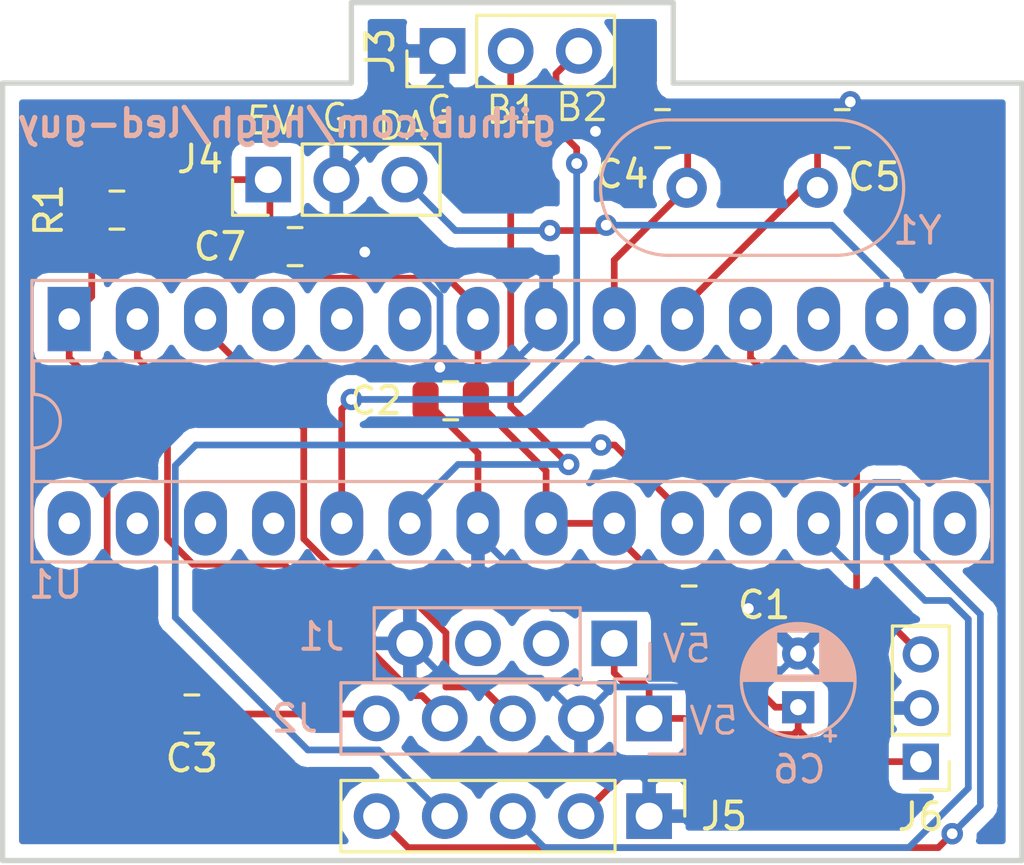
<source format=kicad_pcb>
(kicad_pcb (version 20171130) (host pcbnew 5.0.2+dfsg1-1~bpo9+1)

  (general
    (thickness 1.6)
    (drawings 17)
    (tracks 192)
    (zones 0)
    (modules 16)
    (nets 29)
  )

  (page A4)
  (layers
    (0 F.Cu signal)
    (31 B.Cu signal)
    (32 B.Adhes user)
    (33 F.Adhes user)
    (34 B.Paste user)
    (35 F.Paste user)
    (36 B.SilkS user)
    (37 F.SilkS user)
    (38 B.Mask user)
    (39 F.Mask user)
    (40 Dwgs.User user)
    (41 Cmts.User user)
    (42 Eco1.User user)
    (43 Eco2.User user)
    (44 Edge.Cuts user)
    (45 Margin user)
    (46 B.CrtYd user)
    (47 F.CrtYd user)
    (48 B.Fab user)
    (49 F.Fab user)
  )

  (setup
    (last_trace_width 0.25)
    (trace_clearance 0.2)
    (zone_clearance 0.508)
    (zone_45_only no)
    (trace_min 0.2)
    (segment_width 0.2)
    (edge_width 0.2)
    (via_size 0.8)
    (via_drill 0.4)
    (via_min_size 0.4)
    (via_min_drill 0.3)
    (uvia_size 0.3)
    (uvia_drill 0.1)
    (uvias_allowed no)
    (uvia_min_size 0.2)
    (uvia_min_drill 0.1)
    (pcb_text_width 0.3)
    (pcb_text_size 1.5 1.5)
    (mod_edge_width 0.15)
    (mod_text_size 1 1)
    (mod_text_width 0.15)
    (pad_size 1.524 1.524)
    (pad_drill 0.762)
    (pad_to_mask_clearance 0.051)
    (solder_mask_min_width 0.25)
    (aux_axis_origin 0 0)
    (visible_elements FFFFFF7F)
    (pcbplotparams
      (layerselection 0x010fc_ffffffff)
      (usegerberextensions false)
      (usegerberattributes true)
      (usegerberadvancedattributes false)
      (creategerberjobfile false)
      (excludeedgelayer false)
      (linewidth 0.100000)
      (plotframeref false)
      (viasonmask false)
      (mode 1)
      (useauxorigin false)
      (hpglpennumber 1)
      (hpglpenspeed 20)
      (hpglpendiameter 15.000000)
      (psnegative false)
      (psa4output false)
      (plotreference true)
      (plotvalue true)
      (plotinvisibletext false)
      (padsonsilk true)
      (subtractmaskfromsilk false)
      (outputformat 1)
      (mirror false)
      (drillshape 0)
      (scaleselection 1)
      (outputdirectory "/tmp/led-controller"))
  )

  (net 0 "")
  (net 1 "Net-(C3-Pad2)")
  (net 2 +5V)
  (net 3 "Net-(U1-Pad15)")
  (net 4 RX)
  (net 5 DIN)
  (net 6 TX)
  (net 7 LOAD)
  (net 8 "Net-(U1-Pad4)")
  (net 9 "Net-(U1-Pad18)")
  (net 10 "Net-(U1-Pad5)")
  (net 11 CLK)
  (net 12 "Net-(U1-Pad6)")
  (net 13 GND)
  (net 14 "Net-(C4-Pad2)")
  (net 15 B1)
  (net 16 "Net-(C5-Pad2)")
  (net 17 B2)
  (net 18 "Net-(U1-Pad25)")
  (net 19 "Net-(U1-Pad12)")
  (net 20 "Net-(U1-Pad26)")
  (net 21 EYES)
  (net 22 "Net-(U1-Pad27)")
  (net 23 "Net-(U1-Pad14)")
  (net 24 "Net-(U1-Pad28)")
  (net 25 DTR)
  (net 26 "Net-(J1-Pad2)")
  (net 27 "Net-(J1-Pad3)")
  (net 28 SERVO)

  (net_class Default "This is the default net class."
    (clearance 0.2)
    (trace_width 0.25)
    (via_dia 0.8)
    (via_drill 0.4)
    (uvia_dia 0.3)
    (uvia_drill 0.1)
    (add_net +5V)
    (add_net B1)
    (add_net B2)
    (add_net CLK)
    (add_net DIN)
    (add_net DTR)
    (add_net EYES)
    (add_net GND)
    (add_net LOAD)
    (add_net "Net-(C3-Pad2)")
    (add_net "Net-(C4-Pad2)")
    (add_net "Net-(C5-Pad2)")
    (add_net "Net-(J1-Pad2)")
    (add_net "Net-(J1-Pad3)")
    (add_net "Net-(U1-Pad12)")
    (add_net "Net-(U1-Pad14)")
    (add_net "Net-(U1-Pad15)")
    (add_net "Net-(U1-Pad18)")
    (add_net "Net-(U1-Pad25)")
    (add_net "Net-(U1-Pad26)")
    (add_net "Net-(U1-Pad27)")
    (add_net "Net-(U1-Pad28)")
    (add_net "Net-(U1-Pad4)")
    (add_net "Net-(U1-Pad5)")
    (add_net "Net-(U1-Pad6)")
    (add_net RX)
    (add_net SERVO)
    (add_net TX)
  )

  (module Capacitor_SMD:C_0805_2012Metric (layer F.Cu) (tedit 5F61E553) (tstamp 5F6E6B53)
    (at 165.9 64.1 180)
    (descr "Capacitor SMD 0805 (2012 Metric), square (rectangular) end terminal, IPC_7351 nominal, (Body size source: https://docs.google.com/spreadsheets/d/1BsfQQcO9C6DZCsRaXUlFlo91Tg2WpOkGARC1WS5S8t0/edit?usp=sharing), generated with kicad-footprint-generator")
    (tags capacitor)
    (path /5F623AE7)
    (attr smd)
    (fp_text reference C7 (at 2.8 0 180) (layer F.SilkS)
      (effects (font (size 1 1) (thickness 0.15)))
    )
    (fp_text value 100nf (at 0 1.65 180) (layer F.Fab) hide
      (effects (font (size 1 1) (thickness 0.15)))
    )
    (fp_line (start -1 0.6) (end -1 -0.6) (layer F.Fab) (width 0.1))
    (fp_line (start -1 -0.6) (end 1 -0.6) (layer F.Fab) (width 0.1))
    (fp_line (start 1 -0.6) (end 1 0.6) (layer F.Fab) (width 0.1))
    (fp_line (start 1 0.6) (end -1 0.6) (layer F.Fab) (width 0.1))
    (fp_line (start -0.258578 -0.71) (end 0.258578 -0.71) (layer F.SilkS) (width 0.12))
    (fp_line (start -0.258578 0.71) (end 0.258578 0.71) (layer F.SilkS) (width 0.12))
    (fp_line (start -1.68 0.95) (end -1.68 -0.95) (layer F.CrtYd) (width 0.05))
    (fp_line (start -1.68 -0.95) (end 1.68 -0.95) (layer F.CrtYd) (width 0.05))
    (fp_line (start 1.68 -0.95) (end 1.68 0.95) (layer F.CrtYd) (width 0.05))
    (fp_line (start 1.68 0.95) (end -1.68 0.95) (layer F.CrtYd) (width 0.05))
    (fp_text user %R (at 0 0 180) (layer F.Fab)
      (effects (font (size 0.5 0.5) (thickness 0.08)))
    )
    (pad 1 smd roundrect (at -0.9375 0 180) (size 0.975 1.4) (layers F.Cu F.Paste F.Mask) (roundrect_rratio 0.25)
      (net 13 GND))
    (pad 2 smd roundrect (at 0.9375 0 180) (size 0.975 1.4) (layers F.Cu F.Paste F.Mask) (roundrect_rratio 0.25)
      (net 2 +5V))
    (model ${KISYS3DMOD}/Capacitor_SMD.3dshapes/C_0805_2012Metric.wrl
      (at (xyz 0 0 0))
      (scale (xyz 1 1 1))
      (rotate (xyz 0 0 0))
    )
  )

  (module Connector_PinHeader_2.00mm:PinHeader_1x03_P2.00mm_Vertical (layer F.Cu) (tedit 5F6116F6) (tstamp 5F793E1C)
    (at 189.23 83.312 180)
    (descr "Through hole straight pin header, 1x03, 2.00mm pitch, single row")
    (tags "Through hole pin header THT 1x03 2.00mm single row")
    (path /5F61A360)
    (fp_text reference J6 (at 0 -2.06 180) (layer F.SilkS)
      (effects (font (size 1 1) (thickness 0.15)))
    )
    (fp_text value SRV (at 0 6.06 180) (layer F.Fab) hide
      (effects (font (size 1 1) (thickness 0.15)))
    )
    (fp_line (start -0.5 -1) (end 1 -1) (layer F.Fab) (width 0.1))
    (fp_line (start 1 -1) (end 1 5) (layer F.Fab) (width 0.1))
    (fp_line (start 1 5) (end -1 5) (layer F.Fab) (width 0.1))
    (fp_line (start -1 5) (end -1 -0.5) (layer F.Fab) (width 0.1))
    (fp_line (start -1 -0.5) (end -0.5 -1) (layer F.Fab) (width 0.1))
    (fp_line (start -1.06 5.06) (end 1.06 5.06) (layer F.SilkS) (width 0.12))
    (fp_line (start -1.06 1) (end -1.06 5.06) (layer F.SilkS) (width 0.12))
    (fp_line (start 1.06 1) (end 1.06 5.06) (layer F.SilkS) (width 0.12))
    (fp_line (start -1.06 1) (end 1.06 1) (layer F.SilkS) (width 0.12))
    (fp_line (start -1.06 0) (end -1.06 -1.06) (layer F.SilkS) (width 0.12))
    (fp_line (start -1.06 -1.06) (end 0 -1.06) (layer F.SilkS) (width 0.12))
    (fp_line (start -1.5 -1.5) (end -1.5 5.5) (layer F.CrtYd) (width 0.05))
    (fp_line (start -1.5 5.5) (end 1.5 5.5) (layer F.CrtYd) (width 0.05))
    (fp_line (start 1.5 5.5) (end 1.5 -1.5) (layer F.CrtYd) (width 0.05))
    (fp_line (start 1.5 -1.5) (end -1.5 -1.5) (layer F.CrtYd) (width 0.05))
    (fp_text user %R (at 0 2 270) (layer F.Fab)
      (effects (font (size 1 1) (thickness 0.15)))
    )
    (pad 1 thru_hole rect (at 0 0 180) (size 1.35 1.35) (drill 0.8) (layers *.Cu *.Mask)
      (net 2 +5V))
    (pad 2 thru_hole oval (at 0 2 180) (size 1.35 1.35) (drill 0.8) (layers *.Cu *.Mask)
      (net 13 GND))
    (pad 3 thru_hole oval (at 0 4 180) (size 1.35 1.35) (drill 0.8) (layers *.Cu *.Mask)
      (net 28 SERVO))
    (model ${KISYS3DMOD}/Connector_PinHeader_2.00mm.3dshapes/PinHeader_1x03_P2.00mm_Vertical.wrl
      (at (xyz 0 0 0))
      (scale (xyz 1 1 1))
      (rotate (xyz 0 0 0))
    )
  )

  (module Connector_PinHeader_2.54mm:PinHeader_1x03_P2.54mm_Vertical (layer F.Cu) (tedit 5F611637) (tstamp 5F793E06)
    (at 164.9 61.6 90)
    (descr "Through hole straight pin header, 1x03, 2.54mm pitch, single row")
    (tags "Through hole pin header THT 1x03 2.54mm single row")
    (path /5F613E30)
    (fp_text reference J4 (at 0.762 -2.54) (layer F.SilkS)
      (effects (font (size 1 1) (thickness 0.15)))
    )
    (fp_text value EYEs (at 0 7.41 90) (layer F.Fab) hide
      (effects (font (size 1 1) (thickness 0.15)))
    )
    (fp_text user %R (at 0 2.54 180) (layer F.Fab)
      (effects (font (size 1 1) (thickness 0.15)))
    )
    (fp_line (start 1.8 -1.8) (end -1.8 -1.8) (layer F.CrtYd) (width 0.05))
    (fp_line (start 1.8 6.85) (end 1.8 -1.8) (layer F.CrtYd) (width 0.05))
    (fp_line (start -1.8 6.85) (end 1.8 6.85) (layer F.CrtYd) (width 0.05))
    (fp_line (start -1.8 -1.8) (end -1.8 6.85) (layer F.CrtYd) (width 0.05))
    (fp_line (start -1.33 -1.33) (end 0 -1.33) (layer F.SilkS) (width 0.12))
    (fp_line (start -1.33 0) (end -1.33 -1.33) (layer F.SilkS) (width 0.12))
    (fp_line (start -1.33 1.27) (end 1.33 1.27) (layer F.SilkS) (width 0.12))
    (fp_line (start 1.33 1.27) (end 1.33 6.41) (layer F.SilkS) (width 0.12))
    (fp_line (start -1.33 1.27) (end -1.33 6.41) (layer F.SilkS) (width 0.12))
    (fp_line (start -1.33 6.41) (end 1.33 6.41) (layer F.SilkS) (width 0.12))
    (fp_line (start -1.27 -0.635) (end -0.635 -1.27) (layer F.Fab) (width 0.1))
    (fp_line (start -1.27 6.35) (end -1.27 -0.635) (layer F.Fab) (width 0.1))
    (fp_line (start 1.27 6.35) (end -1.27 6.35) (layer F.Fab) (width 0.1))
    (fp_line (start 1.27 -1.27) (end 1.27 6.35) (layer F.Fab) (width 0.1))
    (fp_line (start -0.635 -1.27) (end 1.27 -1.27) (layer F.Fab) (width 0.1))
    (pad 3 thru_hole oval (at 0 5.08 90) (size 1.7 1.7) (drill 1) (layers *.Cu *.Mask)
      (net 21 EYES))
    (pad 2 thru_hole oval (at 0 2.54 90) (size 1.7 1.7) (drill 1) (layers *.Cu *.Mask)
      (net 13 GND))
    (pad 1 thru_hole rect (at 0 0 90) (size 1.7 1.7) (drill 1) (layers *.Cu *.Mask)
      (net 2 +5V))
    (model ${KISYS3DMOD}/Connector_PinHeader_2.54mm.3dshapes/PinHeader_1x03_P2.54mm_Vertical.wrl
      (at (xyz 0 0 0))
      (scale (xyz 1 1 1))
      (rotate (xyz 0 0 0))
    )
  )

  (module Connector_PinHeader_2.54mm:PinHeader_1x03_P2.54mm_Vertical (layer F.Cu) (tedit 5F611633) (tstamp 5F793DF0)
    (at 171.4 56.8 90)
    (descr "Through hole straight pin header, 1x03, 2.54mm pitch, single row")
    (tags "Through hole pin header THT 1x03 2.54mm single row")
    (path /5F616201)
    (fp_text reference J3 (at 0 -2.33 90) (layer F.SilkS)
      (effects (font (size 1 1) (thickness 0.15)))
    )
    (fp_text value BUTTONS (at 0 7.41 90) (layer F.Fab) hide
      (effects (font (size 1 1) (thickness 0.15)))
    )
    (fp_line (start -0.635 -1.27) (end 1.27 -1.27) (layer F.Fab) (width 0.1))
    (fp_line (start 1.27 -1.27) (end 1.27 6.35) (layer F.Fab) (width 0.1))
    (fp_line (start 1.27 6.35) (end -1.27 6.35) (layer F.Fab) (width 0.1))
    (fp_line (start -1.27 6.35) (end -1.27 -0.635) (layer F.Fab) (width 0.1))
    (fp_line (start -1.27 -0.635) (end -0.635 -1.27) (layer F.Fab) (width 0.1))
    (fp_line (start -1.33 6.41) (end 1.33 6.41) (layer F.SilkS) (width 0.12))
    (fp_line (start -1.33 1.27) (end -1.33 6.41) (layer F.SilkS) (width 0.12))
    (fp_line (start 1.33 1.27) (end 1.33 6.41) (layer F.SilkS) (width 0.12))
    (fp_line (start -1.33 1.27) (end 1.33 1.27) (layer F.SilkS) (width 0.12))
    (fp_line (start -1.33 0) (end -1.33 -1.33) (layer F.SilkS) (width 0.12))
    (fp_line (start -1.33 -1.33) (end 0 -1.33) (layer F.SilkS) (width 0.12))
    (fp_line (start -1.8 -1.8) (end -1.8 6.85) (layer F.CrtYd) (width 0.05))
    (fp_line (start -1.8 6.85) (end 1.8 6.85) (layer F.CrtYd) (width 0.05))
    (fp_line (start 1.8 6.85) (end 1.8 -1.8) (layer F.CrtYd) (width 0.05))
    (fp_line (start 1.8 -1.8) (end -1.8 -1.8) (layer F.CrtYd) (width 0.05))
    (fp_text user %R (at 0 2.54 180) (layer F.Fab)
      (effects (font (size 1 1) (thickness 0.15)))
    )
    (pad 1 thru_hole rect (at 0 0 90) (size 1.7 1.7) (drill 1) (layers *.Cu *.Mask)
      (net 13 GND))
    (pad 2 thru_hole oval (at 0 2.54 90) (size 1.7 1.7) (drill 1) (layers *.Cu *.Mask)
      (net 15 B1))
    (pad 3 thru_hole oval (at 0 5.08 90) (size 1.7 1.7) (drill 1) (layers *.Cu *.Mask)
      (net 17 B2))
    (model ${KISYS3DMOD}/Connector_PinHeader_2.54mm.3dshapes/PinHeader_1x03_P2.54mm_Vertical.wrl
      (at (xyz 0 0 0))
      (scale (xyz 1 1 1))
      (rotate (xyz 0 0 0))
    )
  )

  (module Connector_PinHeader_2.54mm:PinHeader_1x04_P2.54mm_Vertical (layer B.Cu) (tedit 5F6115BD) (tstamp 5F793DD9)
    (at 177.8 78.9 90)
    (descr "Through hole straight pin header, 1x04, 2.54mm pitch, single row")
    (tags "Through hole pin header THT 1x04 2.54mm single row")
    (path /5F60E3B9)
    (fp_text reference J1 (at 0.254 -10.922 180) (layer B.SilkS)
      (effects (font (size 1 1) (thickness 0.15)) (justify mirror))
    )
    (fp_text value USB (at 0 -9.95 90) (layer B.Fab) hide
      (effects (font (size 1 1) (thickness 0.15)) (justify mirror))
    )
    (fp_line (start -0.635 1.27) (end 1.27 1.27) (layer B.Fab) (width 0.1))
    (fp_line (start 1.27 1.27) (end 1.27 -8.89) (layer B.Fab) (width 0.1))
    (fp_line (start 1.27 -8.89) (end -1.27 -8.89) (layer B.Fab) (width 0.1))
    (fp_line (start -1.27 -8.89) (end -1.27 0.635) (layer B.Fab) (width 0.1))
    (fp_line (start -1.27 0.635) (end -0.635 1.27) (layer B.Fab) (width 0.1))
    (fp_line (start -1.33 -8.95) (end 1.33 -8.95) (layer B.SilkS) (width 0.12))
    (fp_line (start -1.33 -1.27) (end -1.33 -8.95) (layer B.SilkS) (width 0.12))
    (fp_line (start 1.33 -1.27) (end 1.33 -8.95) (layer B.SilkS) (width 0.12))
    (fp_line (start -1.33 -1.27) (end 1.33 -1.27) (layer B.SilkS) (width 0.12))
    (fp_line (start -1.33 0) (end -1.33 1.33) (layer B.SilkS) (width 0.12))
    (fp_line (start -1.33 1.33) (end 0 1.33) (layer B.SilkS) (width 0.12))
    (fp_line (start -1.8 1.8) (end -1.8 -9.4) (layer B.CrtYd) (width 0.05))
    (fp_line (start -1.8 -9.4) (end 1.8 -9.4) (layer B.CrtYd) (width 0.05))
    (fp_line (start 1.8 -9.4) (end 1.8 1.8) (layer B.CrtYd) (width 0.05))
    (fp_line (start 1.8 1.8) (end -1.8 1.8) (layer B.CrtYd) (width 0.05))
    (fp_text user %R (at 0 -3.81) (layer B.Fab)
      (effects (font (size 1 1) (thickness 0.15)) (justify mirror))
    )
    (pad 1 thru_hole rect (at 0 0 90) (size 1.7 1.7) (drill 1) (layers *.Cu *.Mask)
      (net 2 +5V))
    (pad 2 thru_hole oval (at 0 -2.54 90) (size 1.7 1.7) (drill 1) (layers *.Cu *.Mask)
      (net 26 "Net-(J1-Pad2)"))
    (pad 3 thru_hole oval (at 0 -5.08 90) (size 1.7 1.7) (drill 1) (layers *.Cu *.Mask)
      (net 27 "Net-(J1-Pad3)"))
    (pad 4 thru_hole oval (at 0 -7.62 90) (size 1.7 1.7) (drill 1) (layers *.Cu *.Mask)
      (net 13 GND))
    (model ${KISYS3DMOD}/Connector_PinHeader_2.54mm.3dshapes/PinHeader_1x04_P2.54mm_Vertical.wrl
      (at (xyz 0 0 0))
      (scale (xyz 1 1 1))
      (rotate (xyz 0 0 0))
    )
  )

  (module Connector_PinHeader_2.54mm:PinHeader_1x05_P2.54mm_Vertical (layer B.Cu) (tedit 5F6115BA) (tstamp 5F793D91)
    (at 179.1 81.7 90)
    (descr "Through hole straight pin header, 1x05, 2.54mm pitch, single row")
    (tags "Through hole pin header THT 1x05 2.54mm single row")
    (path /5F60E5BA)
    (fp_text reference J2 (at 0 -13.208 180) (layer B.SilkS)
      (effects (font (size 1 1) (thickness 0.15)) (justify mirror))
    )
    (fp_text value CP2102 (at 0 -12.49 90) (layer B.Fab) hide
      (effects (font (size 1 1) (thickness 0.15)) (justify mirror))
    )
    (fp_line (start -0.635 1.27) (end 1.27 1.27) (layer B.Fab) (width 0.1))
    (fp_line (start 1.27 1.27) (end 1.27 -11.43) (layer B.Fab) (width 0.1))
    (fp_line (start 1.27 -11.43) (end -1.27 -11.43) (layer B.Fab) (width 0.1))
    (fp_line (start -1.27 -11.43) (end -1.27 0.635) (layer B.Fab) (width 0.1))
    (fp_line (start -1.27 0.635) (end -0.635 1.27) (layer B.Fab) (width 0.1))
    (fp_line (start -1.33 -11.49) (end 1.33 -11.49) (layer B.SilkS) (width 0.12))
    (fp_line (start -1.33 -1.27) (end -1.33 -11.49) (layer B.SilkS) (width 0.12))
    (fp_line (start 1.33 -1.27) (end 1.33 -11.49) (layer B.SilkS) (width 0.12))
    (fp_line (start -1.33 -1.27) (end 1.33 -1.27) (layer B.SilkS) (width 0.12))
    (fp_line (start -1.33 0) (end -1.33 1.33) (layer B.SilkS) (width 0.12))
    (fp_line (start -1.33 1.33) (end 0 1.33) (layer B.SilkS) (width 0.12))
    (fp_line (start -1.8 1.8) (end -1.8 -11.95) (layer B.CrtYd) (width 0.05))
    (fp_line (start -1.8 -11.95) (end 1.8 -11.95) (layer B.CrtYd) (width 0.05))
    (fp_line (start 1.8 -11.95) (end 1.8 1.8) (layer B.CrtYd) (width 0.05))
    (fp_line (start 1.8 1.8) (end -1.8 1.8) (layer B.CrtYd) (width 0.05))
    (fp_text user %R (at 0 -5.08) (layer B.Fab)
      (effects (font (size 1 1) (thickness 0.15)) (justify mirror))
    )
    (pad 1 thru_hole rect (at 0 0 90) (size 1.7 1.7) (drill 1) (layers *.Cu *.Mask)
      (net 2 +5V))
    (pad 2 thru_hole oval (at 0 -2.54 90) (size 1.7 1.7) (drill 1) (layers *.Cu *.Mask)
      (net 13 GND))
    (pad 3 thru_hole oval (at 0 -5.08 90) (size 1.7 1.7) (drill 1) (layers *.Cu *.Mask)
      (net 6 TX))
    (pad 4 thru_hole oval (at 0 -7.62 90) (size 1.7 1.7) (drill 1) (layers *.Cu *.Mask)
      (net 4 RX))
    (pad 5 thru_hole oval (at 0 -10.16 90) (size 1.7 1.7) (drill 1) (layers *.Cu *.Mask)
      (net 25 DTR))
    (model ${KISYS3DMOD}/Connector_PinHeader_2.54mm.3dshapes/PinHeader_1x05_P2.54mm_Vertical.wrl
      (at (xyz 0 0 0))
      (scale (xyz 1 1 1))
      (rotate (xyz 0 0 0))
    )
  )

  (module Capacitor_THT:CP_Radial_D4.0mm_P2.00mm (layer B.Cu) (tedit 5F611613) (tstamp 5F792BBA)
    (at 184.658 81.28 90)
    (descr "CP, Radial series, Radial, pin pitch=2.00mm, , diameter=4mm, Electrolytic Capacitor")
    (tags "CP Radial series Radial pin pitch 2.00mm  diameter 4mm Electrolytic Capacitor")
    (path /5F622650)
    (fp_text reference C6 (at -2.32 0.042 180) (layer B.SilkS)
      (effects (font (size 1 1) (thickness 0.15)) (justify mirror))
    )
    (fp_text value 10uF (at 1 -3.25 90) (layer B.Fab) hide
      (effects (font (size 1 1) (thickness 0.15)) (justify mirror))
    )
    (fp_circle (center 1 0) (end 3 0) (layer B.Fab) (width 0.1))
    (fp_circle (center 1 0) (end 3.12 0) (layer B.SilkS) (width 0.12))
    (fp_circle (center 1 0) (end 3.25 0) (layer B.CrtYd) (width 0.05))
    (fp_line (start -0.702554 0.8675) (end -0.302554 0.8675) (layer B.Fab) (width 0.1))
    (fp_line (start -0.502554 1.0675) (end -0.502554 0.6675) (layer B.Fab) (width 0.1))
    (fp_line (start 1 2.08) (end 1 -2.08) (layer B.SilkS) (width 0.12))
    (fp_line (start 1.04 2.08) (end 1.04 -2.08) (layer B.SilkS) (width 0.12))
    (fp_line (start 1.08 2.079) (end 1.08 -2.079) (layer B.SilkS) (width 0.12))
    (fp_line (start 1.12 2.077) (end 1.12 -2.077) (layer B.SilkS) (width 0.12))
    (fp_line (start 1.16 2.074) (end 1.16 -2.074) (layer B.SilkS) (width 0.12))
    (fp_line (start 1.2 2.071) (end 1.2 0.84) (layer B.SilkS) (width 0.12))
    (fp_line (start 1.2 -0.84) (end 1.2 -2.071) (layer B.SilkS) (width 0.12))
    (fp_line (start 1.24 2.067) (end 1.24 0.84) (layer B.SilkS) (width 0.12))
    (fp_line (start 1.24 -0.84) (end 1.24 -2.067) (layer B.SilkS) (width 0.12))
    (fp_line (start 1.28 2.062) (end 1.28 0.84) (layer B.SilkS) (width 0.12))
    (fp_line (start 1.28 -0.84) (end 1.28 -2.062) (layer B.SilkS) (width 0.12))
    (fp_line (start 1.32 2.056) (end 1.32 0.84) (layer B.SilkS) (width 0.12))
    (fp_line (start 1.32 -0.84) (end 1.32 -2.056) (layer B.SilkS) (width 0.12))
    (fp_line (start 1.36 2.05) (end 1.36 0.84) (layer B.SilkS) (width 0.12))
    (fp_line (start 1.36 -0.84) (end 1.36 -2.05) (layer B.SilkS) (width 0.12))
    (fp_line (start 1.4 2.042) (end 1.4 0.84) (layer B.SilkS) (width 0.12))
    (fp_line (start 1.4 -0.84) (end 1.4 -2.042) (layer B.SilkS) (width 0.12))
    (fp_line (start 1.44 2.034) (end 1.44 0.84) (layer B.SilkS) (width 0.12))
    (fp_line (start 1.44 -0.84) (end 1.44 -2.034) (layer B.SilkS) (width 0.12))
    (fp_line (start 1.48 2.025) (end 1.48 0.84) (layer B.SilkS) (width 0.12))
    (fp_line (start 1.48 -0.84) (end 1.48 -2.025) (layer B.SilkS) (width 0.12))
    (fp_line (start 1.52 2.016) (end 1.52 0.84) (layer B.SilkS) (width 0.12))
    (fp_line (start 1.52 -0.84) (end 1.52 -2.016) (layer B.SilkS) (width 0.12))
    (fp_line (start 1.56 2.005) (end 1.56 0.84) (layer B.SilkS) (width 0.12))
    (fp_line (start 1.56 -0.84) (end 1.56 -2.005) (layer B.SilkS) (width 0.12))
    (fp_line (start 1.6 1.994) (end 1.6 0.84) (layer B.SilkS) (width 0.12))
    (fp_line (start 1.6 -0.84) (end 1.6 -1.994) (layer B.SilkS) (width 0.12))
    (fp_line (start 1.64 1.982) (end 1.64 0.84) (layer B.SilkS) (width 0.12))
    (fp_line (start 1.64 -0.84) (end 1.64 -1.982) (layer B.SilkS) (width 0.12))
    (fp_line (start 1.68 1.968) (end 1.68 0.84) (layer B.SilkS) (width 0.12))
    (fp_line (start 1.68 -0.84) (end 1.68 -1.968) (layer B.SilkS) (width 0.12))
    (fp_line (start 1.721 1.954) (end 1.721 0.84) (layer B.SilkS) (width 0.12))
    (fp_line (start 1.721 -0.84) (end 1.721 -1.954) (layer B.SilkS) (width 0.12))
    (fp_line (start 1.761 1.94) (end 1.761 0.84) (layer B.SilkS) (width 0.12))
    (fp_line (start 1.761 -0.84) (end 1.761 -1.94) (layer B.SilkS) (width 0.12))
    (fp_line (start 1.801 1.924) (end 1.801 0.84) (layer B.SilkS) (width 0.12))
    (fp_line (start 1.801 -0.84) (end 1.801 -1.924) (layer B.SilkS) (width 0.12))
    (fp_line (start 1.841 1.907) (end 1.841 0.84) (layer B.SilkS) (width 0.12))
    (fp_line (start 1.841 -0.84) (end 1.841 -1.907) (layer B.SilkS) (width 0.12))
    (fp_line (start 1.881 1.889) (end 1.881 0.84) (layer B.SilkS) (width 0.12))
    (fp_line (start 1.881 -0.84) (end 1.881 -1.889) (layer B.SilkS) (width 0.12))
    (fp_line (start 1.921 1.87) (end 1.921 0.84) (layer B.SilkS) (width 0.12))
    (fp_line (start 1.921 -0.84) (end 1.921 -1.87) (layer B.SilkS) (width 0.12))
    (fp_line (start 1.961 1.851) (end 1.961 0.84) (layer B.SilkS) (width 0.12))
    (fp_line (start 1.961 -0.84) (end 1.961 -1.851) (layer B.SilkS) (width 0.12))
    (fp_line (start 2.001 1.83) (end 2.001 0.84) (layer B.SilkS) (width 0.12))
    (fp_line (start 2.001 -0.84) (end 2.001 -1.83) (layer B.SilkS) (width 0.12))
    (fp_line (start 2.041 1.808) (end 2.041 0.84) (layer B.SilkS) (width 0.12))
    (fp_line (start 2.041 -0.84) (end 2.041 -1.808) (layer B.SilkS) (width 0.12))
    (fp_line (start 2.081 1.785) (end 2.081 0.84) (layer B.SilkS) (width 0.12))
    (fp_line (start 2.081 -0.84) (end 2.081 -1.785) (layer B.SilkS) (width 0.12))
    (fp_line (start 2.121 1.76) (end 2.121 0.84) (layer B.SilkS) (width 0.12))
    (fp_line (start 2.121 -0.84) (end 2.121 -1.76) (layer B.SilkS) (width 0.12))
    (fp_line (start 2.161 1.735) (end 2.161 0.84) (layer B.SilkS) (width 0.12))
    (fp_line (start 2.161 -0.84) (end 2.161 -1.735) (layer B.SilkS) (width 0.12))
    (fp_line (start 2.201 1.708) (end 2.201 0.84) (layer B.SilkS) (width 0.12))
    (fp_line (start 2.201 -0.84) (end 2.201 -1.708) (layer B.SilkS) (width 0.12))
    (fp_line (start 2.241 1.68) (end 2.241 0.84) (layer B.SilkS) (width 0.12))
    (fp_line (start 2.241 -0.84) (end 2.241 -1.68) (layer B.SilkS) (width 0.12))
    (fp_line (start 2.281 1.65) (end 2.281 0.84) (layer B.SilkS) (width 0.12))
    (fp_line (start 2.281 -0.84) (end 2.281 -1.65) (layer B.SilkS) (width 0.12))
    (fp_line (start 2.321 1.619) (end 2.321 0.84) (layer B.SilkS) (width 0.12))
    (fp_line (start 2.321 -0.84) (end 2.321 -1.619) (layer B.SilkS) (width 0.12))
    (fp_line (start 2.361 1.587) (end 2.361 0.84) (layer B.SilkS) (width 0.12))
    (fp_line (start 2.361 -0.84) (end 2.361 -1.587) (layer B.SilkS) (width 0.12))
    (fp_line (start 2.401 1.552) (end 2.401 0.84) (layer B.SilkS) (width 0.12))
    (fp_line (start 2.401 -0.84) (end 2.401 -1.552) (layer B.SilkS) (width 0.12))
    (fp_line (start 2.441 1.516) (end 2.441 0.84) (layer B.SilkS) (width 0.12))
    (fp_line (start 2.441 -0.84) (end 2.441 -1.516) (layer B.SilkS) (width 0.12))
    (fp_line (start 2.481 1.478) (end 2.481 0.84) (layer B.SilkS) (width 0.12))
    (fp_line (start 2.481 -0.84) (end 2.481 -1.478) (layer B.SilkS) (width 0.12))
    (fp_line (start 2.521 1.438) (end 2.521 0.84) (layer B.SilkS) (width 0.12))
    (fp_line (start 2.521 -0.84) (end 2.521 -1.438) (layer B.SilkS) (width 0.12))
    (fp_line (start 2.561 1.396) (end 2.561 0.84) (layer B.SilkS) (width 0.12))
    (fp_line (start 2.561 -0.84) (end 2.561 -1.396) (layer B.SilkS) (width 0.12))
    (fp_line (start 2.601 1.351) (end 2.601 0.84) (layer B.SilkS) (width 0.12))
    (fp_line (start 2.601 -0.84) (end 2.601 -1.351) (layer B.SilkS) (width 0.12))
    (fp_line (start 2.641 1.304) (end 2.641 0.84) (layer B.SilkS) (width 0.12))
    (fp_line (start 2.641 -0.84) (end 2.641 -1.304) (layer B.SilkS) (width 0.12))
    (fp_line (start 2.681 1.254) (end 2.681 0.84) (layer B.SilkS) (width 0.12))
    (fp_line (start 2.681 -0.84) (end 2.681 -1.254) (layer B.SilkS) (width 0.12))
    (fp_line (start 2.721 1.2) (end 2.721 0.84) (layer B.SilkS) (width 0.12))
    (fp_line (start 2.721 -0.84) (end 2.721 -1.2) (layer B.SilkS) (width 0.12))
    (fp_line (start 2.761 1.142) (end 2.761 0.84) (layer B.SilkS) (width 0.12))
    (fp_line (start 2.761 -0.84) (end 2.761 -1.142) (layer B.SilkS) (width 0.12))
    (fp_line (start 2.801 1.08) (end 2.801 0.84) (layer B.SilkS) (width 0.12))
    (fp_line (start 2.801 -0.84) (end 2.801 -1.08) (layer B.SilkS) (width 0.12))
    (fp_line (start 2.841 1.013) (end 2.841 -1.013) (layer B.SilkS) (width 0.12))
    (fp_line (start 2.881 0.94) (end 2.881 -0.94) (layer B.SilkS) (width 0.12))
    (fp_line (start 2.921 0.859) (end 2.921 -0.859) (layer B.SilkS) (width 0.12))
    (fp_line (start 2.961 0.768) (end 2.961 -0.768) (layer B.SilkS) (width 0.12))
    (fp_line (start 3.001 0.664) (end 3.001 -0.664) (layer B.SilkS) (width 0.12))
    (fp_line (start 3.041 0.537) (end 3.041 -0.537) (layer B.SilkS) (width 0.12))
    (fp_line (start 3.081 0.37) (end 3.081 -0.37) (layer B.SilkS) (width 0.12))
    (fp_line (start -1.269801 1.195) (end -0.869801 1.195) (layer B.SilkS) (width 0.12))
    (fp_line (start -1.069801 1.395) (end -1.069801 0.995) (layer B.SilkS) (width 0.12))
    (fp_text user %R (at 1 0 90) (layer B.Fab)
      (effects (font (size 0.8 0.8) (thickness 0.12)) (justify mirror))
    )
    (pad 1 thru_hole rect (at 0 0 90) (size 1.2 1.2) (drill 0.6) (layers *.Cu *.Mask)
      (net 2 +5V))
    (pad 2 thru_hole circle (at 2 0 90) (size 1.2 1.2) (drill 0.6) (layers *.Cu *.Mask)
      (net 13 GND))
    (model ${KISYS3DMOD}/Capacitor_THT.3dshapes/CP_Radial_D4.0mm_P2.00mm.wrl
      (at (xyz 0 0 0))
      (scale (xyz 1 1 1))
      (rotate (xyz 0 0 0))
    )
  )

  (module Connector_PinHeader_2.54mm:PinHeader_1x05_P2.54mm_Vertical (layer F.Cu) (tedit 5F6111D7) (tstamp 5F7915CA)
    (at 179.1 85.344 270)
    (descr "Through hole straight pin header, 1x05, 2.54mm pitch, single row")
    (tags "Through hole pin header THT 1x05 2.54mm single row")
    (path /5F610DA9)
    (fp_text reference J5 (at 0 -2.794) (layer F.SilkS)
      (effects (font (size 1 1) (thickness 0.15)))
    )
    (fp_text value LEDs (at 0 12.49 270) (layer F.Fab) hide
      (effects (font (size 1 1) (thickness 0.15)))
    )
    (fp_line (start -0.635 -1.27) (end 1.27 -1.27) (layer F.Fab) (width 0.1))
    (fp_line (start 1.27 -1.27) (end 1.27 11.43) (layer F.Fab) (width 0.1))
    (fp_line (start 1.27 11.43) (end -1.27 11.43) (layer F.Fab) (width 0.1))
    (fp_line (start -1.27 11.43) (end -1.27 -0.635) (layer F.Fab) (width 0.1))
    (fp_line (start -1.27 -0.635) (end -0.635 -1.27) (layer F.Fab) (width 0.1))
    (fp_line (start -1.33 11.49) (end 1.33 11.49) (layer F.SilkS) (width 0.12))
    (fp_line (start -1.33 1.27) (end -1.33 11.49) (layer F.SilkS) (width 0.12))
    (fp_line (start 1.33 1.27) (end 1.33 11.49) (layer F.SilkS) (width 0.12))
    (fp_line (start -1.33 1.27) (end 1.33 1.27) (layer F.SilkS) (width 0.12))
    (fp_line (start -1.33 0) (end -1.33 -1.33) (layer F.SilkS) (width 0.12))
    (fp_line (start -1.33 -1.33) (end 0 -1.33) (layer F.SilkS) (width 0.12))
    (fp_line (start -1.8 -1.8) (end -1.8 11.95) (layer F.CrtYd) (width 0.05))
    (fp_line (start -1.8 11.95) (end 1.8 11.95) (layer F.CrtYd) (width 0.05))
    (fp_line (start 1.8 11.95) (end 1.8 -1.8) (layer F.CrtYd) (width 0.05))
    (fp_line (start 1.8 -1.8) (end -1.8 -1.8) (layer F.CrtYd) (width 0.05))
    (fp_text user %R (at 0 5.08) (layer F.Fab)
      (effects (font (size 1 1) (thickness 0.15)))
    )
    (pad 1 thru_hole rect (at 0 0 270) (size 1.7 1.7) (drill 1) (layers *.Cu *.Mask)
      (net 13 GND))
    (pad 2 thru_hole oval (at 0 2.54 270) (size 1.7 1.7) (drill 1) (layers *.Cu *.Mask)
      (net 2 +5V))
    (pad 3 thru_hole oval (at 0 5.08 270) (size 1.7 1.7) (drill 1) (layers *.Cu *.Mask)
      (net 5 DIN))
    (pad 4 thru_hole oval (at 0 7.62 270) (size 1.7 1.7) (drill 1) (layers *.Cu *.Mask)
      (net 11 CLK))
    (pad 5 thru_hole oval (at 0 10.16 270) (size 1.7 1.7) (drill 1) (layers *.Cu *.Mask)
      (net 7 LOAD))
    (model ${KISYS3DMOD}/Connector_PinHeader_2.54mm.3dshapes/PinHeader_1x05_P2.54mm_Vertical.wrl
      (at (xyz 0 0 0))
      (scale (xyz 1 1 1))
      (rotate (xyz 0 0 0))
    )
  )

  (module Capacitor_SMD:C_0805_2012Metric (layer F.Cu) (tedit 5F611156) (tstamp 5F790B12)
    (at 186.3 59.7 180)
    (descr "Capacitor SMD 0805 (2012 Metric), square (rectangular) end terminal, IPC_7351 nominal, (Body size source: https://docs.google.com/spreadsheets/d/1BsfQQcO9C6DZCsRaXUlFlo91Tg2WpOkGARC1WS5S8t0/edit?usp=sharing), generated with kicad-footprint-generator")
    (tags capacitor)
    (path /5F60E017)
    (attr smd)
    (fp_text reference C5 (at -1.2 -1.8 180) (layer F.SilkS)
      (effects (font (size 1 1) (thickness 0.15)))
    )
    (fp_text value 22pf (at 0 1.65 180) (layer F.Fab) hide
      (effects (font (size 1 1) (thickness 0.15)))
    )
    (fp_line (start -1 0.6) (end -1 -0.6) (layer F.Fab) (width 0.1))
    (fp_line (start -1 -0.6) (end 1 -0.6) (layer F.Fab) (width 0.1))
    (fp_line (start 1 -0.6) (end 1 0.6) (layer F.Fab) (width 0.1))
    (fp_line (start 1 0.6) (end -1 0.6) (layer F.Fab) (width 0.1))
    (fp_line (start -0.258578 -0.71) (end 0.258578 -0.71) (layer F.SilkS) (width 0.12))
    (fp_line (start -0.258578 0.71) (end 0.258578 0.71) (layer F.SilkS) (width 0.12))
    (fp_line (start -1.68 0.95) (end -1.68 -0.95) (layer F.CrtYd) (width 0.05))
    (fp_line (start -1.68 -0.95) (end 1.68 -0.95) (layer F.CrtYd) (width 0.05))
    (fp_line (start 1.68 -0.95) (end 1.68 0.95) (layer F.CrtYd) (width 0.05))
    (fp_line (start 1.68 0.95) (end -1.68 0.95) (layer F.CrtYd) (width 0.05))
    (fp_text user %R (at 0 0 180) (layer F.Fab)
      (effects (font (size 0.5 0.5) (thickness 0.08)))
    )
    (pad 1 smd roundrect (at -0.9375 0 180) (size 0.975 1.4) (layers F.Cu F.Paste F.Mask) (roundrect_rratio 0.25)
      (net 13 GND))
    (pad 2 smd roundrect (at 0.9375 0 180) (size 0.975 1.4) (layers F.Cu F.Paste F.Mask) (roundrect_rratio 0.25)
      (net 16 "Net-(C5-Pad2)"))
    (model ${KISYS3DMOD}/Capacitor_SMD.3dshapes/C_0805_2012Metric.wrl
      (at (xyz 0 0 0))
      (scale (xyz 1 1 1))
      (rotate (xyz 0 0 0))
    )
  )

  (module Capacitor_SMD:C_0805_2012Metric (layer F.Cu) (tedit 5F611154) (tstamp 5F790B01)
    (at 179.6 59.7)
    (descr "Capacitor SMD 0805 (2012 Metric), square (rectangular) end terminal, IPC_7351 nominal, (Body size source: https://docs.google.com/spreadsheets/d/1BsfQQcO9C6DZCsRaXUlFlo91Tg2WpOkGARC1WS5S8t0/edit?usp=sharing), generated with kicad-footprint-generator")
    (tags capacitor)
    (path /5F60E055)
    (attr smd)
    (fp_text reference C4 (at -1.5 1.7) (layer F.SilkS)
      (effects (font (size 1 1) (thickness 0.15)))
    )
    (fp_text value 22pf (at 0 1.65) (layer F.Fab) hide
      (effects (font (size 1 1) (thickness 0.15)))
    )
    (fp_text user %R (at 0 0) (layer F.Fab)
      (effects (font (size 0.5 0.5) (thickness 0.08)))
    )
    (fp_line (start 1.68 0.95) (end -1.68 0.95) (layer F.CrtYd) (width 0.05))
    (fp_line (start 1.68 -0.95) (end 1.68 0.95) (layer F.CrtYd) (width 0.05))
    (fp_line (start -1.68 -0.95) (end 1.68 -0.95) (layer F.CrtYd) (width 0.05))
    (fp_line (start -1.68 0.95) (end -1.68 -0.95) (layer F.CrtYd) (width 0.05))
    (fp_line (start -0.258578 0.71) (end 0.258578 0.71) (layer F.SilkS) (width 0.12))
    (fp_line (start -0.258578 -0.71) (end 0.258578 -0.71) (layer F.SilkS) (width 0.12))
    (fp_line (start 1 0.6) (end -1 0.6) (layer F.Fab) (width 0.1))
    (fp_line (start 1 -0.6) (end 1 0.6) (layer F.Fab) (width 0.1))
    (fp_line (start -1 -0.6) (end 1 -0.6) (layer F.Fab) (width 0.1))
    (fp_line (start -1 0.6) (end -1 -0.6) (layer F.Fab) (width 0.1))
    (pad 2 smd roundrect (at 0.9375 0) (size 0.975 1.4) (layers F.Cu F.Paste F.Mask) (roundrect_rratio 0.25)
      (net 14 "Net-(C4-Pad2)"))
    (pad 1 smd roundrect (at -0.9375 0) (size 0.975 1.4) (layers F.Cu F.Paste F.Mask) (roundrect_rratio 0.25)
      (net 13 GND))
    (model ${KISYS3DMOD}/Capacitor_SMD.3dshapes/C_0805_2012Metric.wrl
      (at (xyz 0 0 0))
      (scale (xyz 1 1 1))
      (rotate (xyz 0 0 0))
    )
  )

  (module Capacitor_SMD:C_0805_2012Metric (layer F.Cu) (tedit 5F611151) (tstamp 5F790AF0)
    (at 162.052 81.534 180)
    (descr "Capacitor SMD 0805 (2012 Metric), square (rectangular) end terminal, IPC_7351 nominal, (Body size source: https://docs.google.com/spreadsheets/d/1BsfQQcO9C6DZCsRaXUlFlo91Tg2WpOkGARC1WS5S8t0/edit?usp=sharing), generated with kicad-footprint-generator")
    (tags capacitor)
    (path /5F60EA77)
    (attr smd)
    (fp_text reference C3 (at 0 -1.65 180) (layer F.SilkS)
      (effects (font (size 1 1) (thickness 0.15)))
    )
    (fp_text value 100nf (at 0 1.65 180) (layer F.Fab) hide
      (effects (font (size 1 1) (thickness 0.15)))
    )
    (fp_line (start -1 0.6) (end -1 -0.6) (layer F.Fab) (width 0.1))
    (fp_line (start -1 -0.6) (end 1 -0.6) (layer F.Fab) (width 0.1))
    (fp_line (start 1 -0.6) (end 1 0.6) (layer F.Fab) (width 0.1))
    (fp_line (start 1 0.6) (end -1 0.6) (layer F.Fab) (width 0.1))
    (fp_line (start -0.258578 -0.71) (end 0.258578 -0.71) (layer F.SilkS) (width 0.12))
    (fp_line (start -0.258578 0.71) (end 0.258578 0.71) (layer F.SilkS) (width 0.12))
    (fp_line (start -1.68 0.95) (end -1.68 -0.95) (layer F.CrtYd) (width 0.05))
    (fp_line (start -1.68 -0.95) (end 1.68 -0.95) (layer F.CrtYd) (width 0.05))
    (fp_line (start 1.68 -0.95) (end 1.68 0.95) (layer F.CrtYd) (width 0.05))
    (fp_line (start 1.68 0.95) (end -1.68 0.95) (layer F.CrtYd) (width 0.05))
    (fp_text user %R (at 0 0 180) (layer F.Fab)
      (effects (font (size 0.5 0.5) (thickness 0.08)))
    )
    (pad 1 smd roundrect (at -0.9375 0 180) (size 0.975 1.4) (layers F.Cu F.Paste F.Mask) (roundrect_rratio 0.25)
      (net 25 DTR))
    (pad 2 smd roundrect (at 0.9375 0 180) (size 0.975 1.4) (layers F.Cu F.Paste F.Mask) (roundrect_rratio 0.25)
      (net 1 "Net-(C3-Pad2)"))
    (model ${KISYS3DMOD}/Capacitor_SMD.3dshapes/C_0805_2012Metric.wrl
      (at (xyz 0 0 0))
      (scale (xyz 1 1 1))
      (rotate (xyz 0 0 0))
    )
  )

  (module Capacitor_SMD:C_0805_2012Metric (layer F.Cu) (tedit 5F61114F) (tstamp 5F790ADF)
    (at 171.704 69.85 180)
    (descr "Capacitor SMD 0805 (2012 Metric), square (rectangular) end terminal, IPC_7351 nominal, (Body size source: https://docs.google.com/spreadsheets/d/1BsfQQcO9C6DZCsRaXUlFlo91Tg2WpOkGARC1WS5S8t0/edit?usp=sharing), generated with kicad-footprint-generator")
    (tags capacitor)
    (path /5F60DEEA)
    (attr smd)
    (fp_text reference C2 (at 2.794 0 180) (layer F.SilkS)
      (effects (font (size 1 1) (thickness 0.15)))
    )
    (fp_text value 100nf (at 0 1.65 180) (layer F.Fab) hide
      (effects (font (size 1 1) (thickness 0.15)))
    )
    (fp_text user %R (at 0 0 180) (layer F.Fab)
      (effects (font (size 0.5 0.5) (thickness 0.08)))
    )
    (fp_line (start 1.68 0.95) (end -1.68 0.95) (layer F.CrtYd) (width 0.05))
    (fp_line (start 1.68 -0.95) (end 1.68 0.95) (layer F.CrtYd) (width 0.05))
    (fp_line (start -1.68 -0.95) (end 1.68 -0.95) (layer F.CrtYd) (width 0.05))
    (fp_line (start -1.68 0.95) (end -1.68 -0.95) (layer F.CrtYd) (width 0.05))
    (fp_line (start -0.258578 0.71) (end 0.258578 0.71) (layer F.SilkS) (width 0.12))
    (fp_line (start -0.258578 -0.71) (end 0.258578 -0.71) (layer F.SilkS) (width 0.12))
    (fp_line (start 1 0.6) (end -1 0.6) (layer F.Fab) (width 0.1))
    (fp_line (start 1 -0.6) (end 1 0.6) (layer F.Fab) (width 0.1))
    (fp_line (start -1 -0.6) (end 1 -0.6) (layer F.Fab) (width 0.1))
    (fp_line (start -1 0.6) (end -1 -0.6) (layer F.Fab) (width 0.1))
    (pad 2 smd roundrect (at 0.9375 0 180) (size 0.975 1.4) (layers F.Cu F.Paste F.Mask) (roundrect_rratio 0.25)
      (net 13 GND))
    (pad 1 smd roundrect (at -0.9375 0 180) (size 0.975 1.4) (layers F.Cu F.Paste F.Mask) (roundrect_rratio 0.25)
      (net 2 +5V))
    (model ${KISYS3DMOD}/Capacitor_SMD.3dshapes/C_0805_2012Metric.wrl
      (at (xyz 0 0 0))
      (scale (xyz 1 1 1))
      (rotate (xyz 0 0 0))
    )
  )

  (module Capacitor_SMD:C_0805_2012Metric (layer F.Cu) (tedit 5F6111F4) (tstamp 5F790ACE)
    (at 180.594 77.47)
    (descr "Capacitor SMD 0805 (2012 Metric), square (rectangular) end terminal, IPC_7351 nominal, (Body size source: https://docs.google.com/spreadsheets/d/1BsfQQcO9C6DZCsRaXUlFlo91Tg2WpOkGARC1WS5S8t0/edit?usp=sharing), generated with kicad-footprint-generator")
    (tags capacitor)
    (path /5F60DF5F)
    (attr smd)
    (fp_text reference C1 (at 2.794 0) (layer F.SilkS)
      (effects (font (size 1 1) (thickness 0.15)))
    )
    (fp_text value 100nf (at 0 1.65) (layer F.Fab) hide
      (effects (font (size 1 1) (thickness 0.15)))
    )
    (fp_line (start -1 0.6) (end -1 -0.6) (layer F.Fab) (width 0.1))
    (fp_line (start -1 -0.6) (end 1 -0.6) (layer F.Fab) (width 0.1))
    (fp_line (start 1 -0.6) (end 1 0.6) (layer F.Fab) (width 0.1))
    (fp_line (start 1 0.6) (end -1 0.6) (layer F.Fab) (width 0.1))
    (fp_line (start -0.258578 -0.71) (end 0.258578 -0.71) (layer F.SilkS) (width 0.12))
    (fp_line (start -0.258578 0.71) (end 0.258578 0.71) (layer F.SilkS) (width 0.12))
    (fp_line (start -1.68 0.95) (end -1.68 -0.95) (layer F.CrtYd) (width 0.05))
    (fp_line (start -1.68 -0.95) (end 1.68 -0.95) (layer F.CrtYd) (width 0.05))
    (fp_line (start 1.68 -0.95) (end 1.68 0.95) (layer F.CrtYd) (width 0.05))
    (fp_line (start 1.68 0.95) (end -1.68 0.95) (layer F.CrtYd) (width 0.05))
    (fp_text user %R (at 0 0) (layer F.Fab)
      (effects (font (size 0.5 0.5) (thickness 0.08)))
    )
    (pad 1 smd roundrect (at -0.9375 0) (size 0.975 1.4) (layers F.Cu F.Paste F.Mask) (roundrect_rratio 0.25)
      (net 2 +5V))
    (pad 2 smd roundrect (at 0.9375 0) (size 0.975 1.4) (layers F.Cu F.Paste F.Mask) (roundrect_rratio 0.25)
      (net 13 GND))
    (model ${KISYS3DMOD}/Capacitor_SMD.3dshapes/C_0805_2012Metric.wrl
      (at (xyz 0 0 0))
      (scale (xyz 1 1 1))
      (rotate (xyz 0 0 0))
    )
  )

  (module Crystal:Crystal_HC49-U_Vertical (layer B.Cu) (tedit 5F611148) (tstamp 5F790ABD)
    (at 180.5 61.9)
    (descr "Crystal THT HC-49/U http://5hertz.com/pdfs/04404_D.pdf")
    (tags "THT crystalHC-49/U")
    (path /5F60E0DB)
    (fp_text reference Y1 (at 8.6 1.6) (layer B.SilkS)
      (effects (font (size 1 1) (thickness 0.15)) (justify mirror))
    )
    (fp_text value 16Mhz (at 2.44 -3.525) (layer B.Fab) hide
      (effects (font (size 1 1) (thickness 0.15)) (justify mirror))
    )
    (fp_text user %R (at 2.44 0) (layer B.Fab)
      (effects (font (size 1 1) (thickness 0.15)) (justify mirror))
    )
    (fp_line (start -0.685 2.325) (end 5.565 2.325) (layer B.Fab) (width 0.1))
    (fp_line (start -0.685 -2.325) (end 5.565 -2.325) (layer B.Fab) (width 0.1))
    (fp_line (start -0.56 2) (end 5.44 2) (layer B.Fab) (width 0.1))
    (fp_line (start -0.56 -2) (end 5.44 -2) (layer B.Fab) (width 0.1))
    (fp_line (start -0.685 2.525) (end 5.565 2.525) (layer B.SilkS) (width 0.12))
    (fp_line (start -0.685 -2.525) (end 5.565 -2.525) (layer B.SilkS) (width 0.12))
    (fp_line (start -3.5 2.8) (end -3.5 -2.8) (layer B.CrtYd) (width 0.05))
    (fp_line (start -3.5 -2.8) (end 8.4 -2.8) (layer B.CrtYd) (width 0.05))
    (fp_line (start 8.4 -2.8) (end 8.4 2.8) (layer B.CrtYd) (width 0.05))
    (fp_line (start 8.4 2.8) (end -3.5 2.8) (layer B.CrtYd) (width 0.05))
    (fp_arc (start -0.685 0) (end -0.685 2.325) (angle 180) (layer B.Fab) (width 0.1))
    (fp_arc (start 5.565 0) (end 5.565 2.325) (angle -180) (layer B.Fab) (width 0.1))
    (fp_arc (start -0.56 0) (end -0.56 2) (angle 180) (layer B.Fab) (width 0.1))
    (fp_arc (start 5.44 0) (end 5.44 2) (angle -180) (layer B.Fab) (width 0.1))
    (fp_arc (start -0.685 0) (end -0.685 2.525) (angle 180) (layer B.SilkS) (width 0.12))
    (fp_arc (start 5.565 0) (end 5.565 2.525) (angle -180) (layer B.SilkS) (width 0.12))
    (pad 1 thru_hole circle (at 0 0) (size 1.5 1.5) (drill 0.8) (layers *.Cu *.Mask)
      (net 14 "Net-(C4-Pad2)"))
    (pad 2 thru_hole circle (at 4.88 0) (size 1.5 1.5) (drill 0.8) (layers *.Cu *.Mask)
      (net 16 "Net-(C5-Pad2)"))
    (model ${KISYS3DMOD}/Crystal.3dshapes/Crystal_HC49-U_Vertical.wrl
      (at (xyz 0 0 0))
      (scale (xyz 1 1 1))
      (rotate (xyz 0 0 0))
    )
  )

  (module Package_DIP:DIP-28_W7.62mm_Socket_LongPads (layer B.Cu) (tedit 5F61114B) (tstamp 5F790AA6)
    (at 157.48 66.802 270)
    (descr "28-lead though-hole mounted DIP package, row spacing 7.62 mm (300 mils), Socket, LongPads")
    (tags "THT DIP DIL PDIP 2.54mm 7.62mm 300mil Socket LongPads")
    (path /5F60E1FF)
    (fp_text reference U1 (at 9.906 0.508) (layer B.SilkS)
      (effects (font (size 1 1) (thickness 0.15)) (justify mirror))
    )
    (fp_text value ATmega328P-PU (at 3.81 -35.35 270) (layer B.Fab) hide
      (effects (font (size 1 1) (thickness 0.15)) (justify mirror))
    )
    (fp_arc (start 3.81 1.33) (end 2.81 1.33) (angle 180) (layer B.SilkS) (width 0.12))
    (fp_line (start 1.635 1.27) (end 6.985 1.27) (layer B.Fab) (width 0.1))
    (fp_line (start 6.985 1.27) (end 6.985 -34.29) (layer B.Fab) (width 0.1))
    (fp_line (start 6.985 -34.29) (end 0.635 -34.29) (layer B.Fab) (width 0.1))
    (fp_line (start 0.635 -34.29) (end 0.635 0.27) (layer B.Fab) (width 0.1))
    (fp_line (start 0.635 0.27) (end 1.635 1.27) (layer B.Fab) (width 0.1))
    (fp_line (start -1.27 1.33) (end -1.27 -34.35) (layer B.Fab) (width 0.1))
    (fp_line (start -1.27 -34.35) (end 8.89 -34.35) (layer B.Fab) (width 0.1))
    (fp_line (start 8.89 -34.35) (end 8.89 1.33) (layer B.Fab) (width 0.1))
    (fp_line (start 8.89 1.33) (end -1.27 1.33) (layer B.Fab) (width 0.1))
    (fp_line (start 2.81 1.33) (end 1.56 1.33) (layer B.SilkS) (width 0.12))
    (fp_line (start 1.56 1.33) (end 1.56 -34.35) (layer B.SilkS) (width 0.12))
    (fp_line (start 1.56 -34.35) (end 6.06 -34.35) (layer B.SilkS) (width 0.12))
    (fp_line (start 6.06 -34.35) (end 6.06 1.33) (layer B.SilkS) (width 0.12))
    (fp_line (start 6.06 1.33) (end 4.81 1.33) (layer B.SilkS) (width 0.12))
    (fp_line (start -1.44 1.39) (end -1.44 -34.41) (layer B.SilkS) (width 0.12))
    (fp_line (start -1.44 -34.41) (end 9.06 -34.41) (layer B.SilkS) (width 0.12))
    (fp_line (start 9.06 -34.41) (end 9.06 1.39) (layer B.SilkS) (width 0.12))
    (fp_line (start 9.06 1.39) (end -1.44 1.39) (layer B.SilkS) (width 0.12))
    (fp_line (start -1.55 1.6) (end -1.55 -34.65) (layer B.CrtYd) (width 0.05))
    (fp_line (start -1.55 -34.65) (end 9.15 -34.65) (layer B.CrtYd) (width 0.05))
    (fp_line (start 9.15 -34.65) (end 9.15 1.6) (layer B.CrtYd) (width 0.05))
    (fp_line (start 9.15 1.6) (end -1.55 1.6) (layer B.CrtYd) (width 0.05))
    (fp_text user %R (at 3.81 -16.51 270) (layer B.Fab)
      (effects (font (size 1 1) (thickness 0.15)) (justify mirror))
    )
    (pad 1 thru_hole rect (at 0 0 270) (size 2.4 1.6) (drill 0.8) (layers *.Cu *.Mask)
      (net 1 "Net-(C3-Pad2)"))
    (pad 15 thru_hole oval (at 7.62 -33.02 270) (size 2.4 1.6) (drill 0.8) (layers *.Cu *.Mask)
      (net 3 "Net-(U1-Pad15)"))
    (pad 2 thru_hole oval (at 0 -2.54 270) (size 2.4 1.6) (drill 0.8) (layers *.Cu *.Mask)
      (net 4 RX))
    (pad 16 thru_hole oval (at 7.62 -30.48 270) (size 2.4 1.6) (drill 0.8) (layers *.Cu *.Mask)
      (net 5 DIN))
    (pad 3 thru_hole oval (at 0 -5.08 270) (size 2.4 1.6) (drill 0.8) (layers *.Cu *.Mask)
      (net 6 TX))
    (pad 17 thru_hole oval (at 7.62 -27.94 270) (size 2.4 1.6) (drill 0.8) (layers *.Cu *.Mask)
      (net 7 LOAD))
    (pad 4 thru_hole oval (at 0 -7.62 270) (size 2.4 1.6) (drill 0.8) (layers *.Cu *.Mask)
      (net 8 "Net-(U1-Pad4)"))
    (pad 18 thru_hole oval (at 7.62 -25.4 270) (size 2.4 1.6) (drill 0.8) (layers *.Cu *.Mask)
      (net 9 "Net-(U1-Pad18)"))
    (pad 5 thru_hole oval (at 0 -10.16 270) (size 2.4 1.6) (drill 0.8) (layers *.Cu *.Mask)
      (net 10 "Net-(U1-Pad5)"))
    (pad 19 thru_hole oval (at 7.62 -22.86 270) (size 2.4 1.6) (drill 0.8) (layers *.Cu *.Mask)
      (net 11 CLK))
    (pad 6 thru_hole oval (at 0 -12.7 270) (size 2.4 1.6) (drill 0.8) (layers *.Cu *.Mask)
      (net 12 "Net-(U1-Pad6)"))
    (pad 20 thru_hole oval (at 7.62 -20.32 270) (size 2.4 1.6) (drill 0.8) (layers *.Cu *.Mask)
      (net 2 +5V))
    (pad 7 thru_hole oval (at 0 -15.24 270) (size 2.4 1.6) (drill 0.8) (layers *.Cu *.Mask)
      (net 2 +5V))
    (pad 21 thru_hole oval (at 7.62 -17.78 270) (size 2.4 1.6) (drill 0.8) (layers *.Cu *.Mask)
      (net 2 +5V))
    (pad 8 thru_hole oval (at 0 -17.78 270) (size 2.4 1.6) (drill 0.8) (layers *.Cu *.Mask)
      (net 13 GND))
    (pad 22 thru_hole oval (at 7.62 -15.24 270) (size 2.4 1.6) (drill 0.8) (layers *.Cu *.Mask)
      (net 13 GND))
    (pad 9 thru_hole oval (at 0 -20.32 270) (size 2.4 1.6) (drill 0.8) (layers *.Cu *.Mask)
      (net 14 "Net-(C4-Pad2)"))
    (pad 23 thru_hole oval (at 7.62 -12.7 270) (size 2.4 1.6) (drill 0.8) (layers *.Cu *.Mask)
      (net 15 B1))
    (pad 10 thru_hole oval (at 0 -22.86 270) (size 2.4 1.6) (drill 0.8) (layers *.Cu *.Mask)
      (net 16 "Net-(C5-Pad2)"))
    (pad 24 thru_hole oval (at 7.62 -10.16 270) (size 2.4 1.6) (drill 0.8) (layers *.Cu *.Mask)
      (net 17 B2))
    (pad 11 thru_hole oval (at 0 -25.4 270) (size 2.4 1.6) (drill 0.8) (layers *.Cu *.Mask)
      (net 28 SERVO))
    (pad 25 thru_hole oval (at 7.62 -7.62 270) (size 2.4 1.6) (drill 0.8) (layers *.Cu *.Mask)
      (net 18 "Net-(U1-Pad25)"))
    (pad 12 thru_hole oval (at 0 -27.94 270) (size 2.4 1.6) (drill 0.8) (layers *.Cu *.Mask)
      (net 19 "Net-(U1-Pad12)"))
    (pad 26 thru_hole oval (at 7.62 -5.08 270) (size 2.4 1.6) (drill 0.8) (layers *.Cu *.Mask)
      (net 20 "Net-(U1-Pad26)"))
    (pad 13 thru_hole oval (at 0 -30.48 270) (size 2.4 1.6) (drill 0.8) (layers *.Cu *.Mask)
      (net 21 EYES))
    (pad 27 thru_hole oval (at 7.62 -2.54 270) (size 2.4 1.6) (drill 0.8) (layers *.Cu *.Mask)
      (net 22 "Net-(U1-Pad27)"))
    (pad 14 thru_hole oval (at 0 -33.02 270) (size 2.4 1.6) (drill 0.8) (layers *.Cu *.Mask)
      (net 23 "Net-(U1-Pad14)"))
    (pad 28 thru_hole oval (at 7.62 0 270) (size 2.4 1.6) (drill 0.8) (layers *.Cu *.Mask)
      (net 24 "Net-(U1-Pad28)"))
    (model ${KISYS3DMOD}/Package_DIP.3dshapes/DIP-28_W7.62mm_Socket.wrl
      (at (xyz 0 0 0))
      (scale (xyz 1 1 1))
      (rotate (xyz 0 0 0))
    )
  )

  (module Resistor_SMD:R_0805_2012Metric (layer F.Cu) (tedit 5F6111F7) (tstamp 5F790A6E)
    (at 159.258 62.738)
    (descr "Resistor SMD 0805 (2012 Metric), square (rectangular) end terminal, IPC_7351 nominal, (Body size source: https://docs.google.com/spreadsheets/d/1BsfQQcO9C6DZCsRaXUlFlo91Tg2WpOkGARC1WS5S8t0/edit?usp=sharing), generated with kicad-footprint-generator")
    (tags resistor)
    (path /5F60DFB4)
    (attr smd)
    (fp_text reference R1 (at -2.54 0 90) (layer F.SilkS)
      (effects (font (size 1 1) (thickness 0.15)))
    )
    (fp_text value 10k (at 0 1.65) (layer F.Fab) hide
      (effects (font (size 1 1) (thickness 0.15)))
    )
    (fp_line (start -1 0.6) (end -1 -0.6) (layer F.Fab) (width 0.1))
    (fp_line (start -1 -0.6) (end 1 -0.6) (layer F.Fab) (width 0.1))
    (fp_line (start 1 -0.6) (end 1 0.6) (layer F.Fab) (width 0.1))
    (fp_line (start 1 0.6) (end -1 0.6) (layer F.Fab) (width 0.1))
    (fp_line (start -0.258578 -0.71) (end 0.258578 -0.71) (layer F.SilkS) (width 0.12))
    (fp_line (start -0.258578 0.71) (end 0.258578 0.71) (layer F.SilkS) (width 0.12))
    (fp_line (start -1.68 0.95) (end -1.68 -0.95) (layer F.CrtYd) (width 0.05))
    (fp_line (start -1.68 -0.95) (end 1.68 -0.95) (layer F.CrtYd) (width 0.05))
    (fp_line (start 1.68 -0.95) (end 1.68 0.95) (layer F.CrtYd) (width 0.05))
    (fp_line (start 1.68 0.95) (end -1.68 0.95) (layer F.CrtYd) (width 0.05))
    (fp_text user %R (at 0 0) (layer F.Fab)
      (effects (font (size 0.5 0.5) (thickness 0.08)))
    )
    (pad 1 smd roundrect (at -0.9375 0) (size 0.975 1.4) (layers F.Cu F.Paste F.Mask) (roundrect_rratio 0.25)
      (net 1 "Net-(C3-Pad2)"))
    (pad 2 smd roundrect (at 0.9375 0) (size 0.975 1.4) (layers F.Cu F.Paste F.Mask) (roundrect_rratio 0.25)
      (net 2 +5V))
    (model ${KISYS3DMOD}/Resistor_SMD.3dshapes/R_0805_2012Metric.wrl
      (at (xyz 0 0 0))
      (scale (xyz 1 1 1))
      (rotate (xyz 0 0 0))
    )
  )

  (gr_text G (at 171.3 59) (layer F.SilkS) (tstamp 5F79556D)
    (effects (font (size 1 1) (thickness 0.125)))
  )
  (gr_text B2 (at 176.6 58.9) (layer F.SilkS) (tstamp 5F795516)
    (effects (font (size 1 1) (thickness 0.125)))
  )
  (gr_text B1 (at 174 59) (layer F.SilkS) (tstamp 5F7954FC)
    (effects (font (size 1 1) (thickness 0.125)))
  )
  (gr_text G (at 167.4 59.3) (layer F.SilkS) (tstamp 5F7954C5)
    (effects (font (size 1 1) (thickness 0.125)))
  )
  (gr_text 5V (at 165 59.4) (layer F.SilkS)
    (effects (font (size 1 1) (thickness 0.125)))
  )
  (gr_text DA (at 169.9 59.6) (layer F.SilkS)
    (effects (font (size 1 1) (thickness 0.125)))
  )
  (gr_line (start 180 55) (end 180 58) (layer Edge.Cuts) (width 0.2) (tstamp 5F794DD2))
  (gr_line (start 168 55) (end 180 55) (layer Edge.Cuts) (width 0.2))
  (gr_line (start 180 58) (end 193 58) (layer Edge.Cuts) (width 0.2) (tstamp 5F794DB5))
  (gr_line (start 193 87) (end 193 58) (layer Edge.Cuts) (width 0.2) (tstamp 5F794CF6))
  (gr_line (start 155 58) (end 168 58) (layer Edge.Cuts) (width 0.2))
  (gr_line (start 168 55) (end 168 58) (layer Edge.Cuts) (width 0.2))
  (gr_line (start 155 87) (end 155 58) (layer Edge.Cuts) (width 0.2))
  (gr_line (start 193 87) (end 155 87) (layer Edge.Cuts) (width 0.2))
  (gr_text 5V (at 180.5 79.1) (layer B.SilkS) (tstamp 5F794A05)
    (effects (font (size 1 1) (thickness 0.125)) (justify mirror))
  )
  (gr_text 5V (at 181.5 81.788) (layer B.SilkS)
    (effects (font (size 1 1) (thickness 0.125)) (justify mirror))
  )
  (gr_text github.com/hggh/led-guy (at 165.6 59.5) (layer B.SilkS) (tstamp 5F794FA6)
    (effects (font (size 1 1) (thickness 0.2)) (justify mirror))
  )

  (segment (start 158.3205 65.9615) (end 157.48 66.802) (width 0.25) (layer F.Cu) (net 1))
  (segment (start 158.3205 62.738) (end 158.3205 65.9615) (width 0.25) (layer F.Cu) (net 1))
  (segment (start 158.89499 79.31449) (end 160.558263 80.977763) (width 0.25) (layer F.Cu) (net 1))
  (segment (start 160.558263 80.977763) (end 161.1145 81.534) (width 0.25) (layer F.Cu) (net 1))
  (segment (start 158.89499 69.66699) (end 158.89499 79.31449) (width 0.25) (layer F.Cu) (net 1))
  (segment (start 157.48 68.252) (end 158.89499 69.66699) (width 0.25) (layer F.Cu) (net 1))
  (segment (start 157.48 66.802) (end 157.48 68.252) (width 0.25) (layer F.Cu) (net 1))
  (segment (start 172.72 69.7715) (end 172.6415 69.85) (width 0.25) (layer F.Cu) (net 2))
  (segment (start 172.72 66.802) (end 172.72 69.7715) (width 0.25) (layer F.Cu) (net 2))
  (segment (start 160.4495 62.484) (end 160.1955 62.738) (width 0.25) (layer F.Cu) (net 2))
  (segment (start 175.26 74.422) (end 177.8 74.422) (width 0.25) (layer F.Cu) (net 2))
  (segment (start 179.6565 76.6785) (end 179.6565 77.47) (width 0.25) (layer F.Cu) (net 2))
  (segment (start 177.8 74.822) (end 179.6565 76.6785) (width 0.25) (layer F.Cu) (net 2))
  (segment (start 177.8 74.422) (end 177.8 74.822) (width 0.25) (layer F.Cu) (net 2))
  (segment (start 179.6565 78.27) (end 180.5865 79.2) (width 0.25) (layer F.Cu) (net 2))
  (segment (start 179.6565 77.47) (end 179.6565 78.27) (width 0.25) (layer F.Cu) (net 2))
  (segment (start 180.5865 79.2) (end 182 79.2) (width 0.25) (layer F.Cu) (net 2))
  (segment (start 182 79.472) (end 183.808 81.28) (width 0.25) (layer F.Cu) (net 2))
  (segment (start 183.808 81.28) (end 184.658 81.28) (width 0.25) (layer F.Cu) (net 2))
  (segment (start 182 79.2) (end 182 79.472) (width 0.25) (layer F.Cu) (net 2))
  (segment (start 184.658 82.13) (end 184.488 82.3) (width 0.25) (layer F.Cu) (net 2))
  (segment (start 184.488 82.3) (end 181 82.3) (width 0.25) (layer F.Cu) (net 2))
  (segment (start 180.4 81.7) (end 179.1 81.7) (width 0.25) (layer F.Cu) (net 2))
  (segment (start 181 82.3) (end 180.4 81.7) (width 0.25) (layer F.Cu) (net 2))
  (segment (start 177.8 80) (end 178.2 80.4) (width 0.25) (layer F.Cu) (net 2))
  (segment (start 177.8 78.9) (end 177.8 80) (width 0.25) (layer F.Cu) (net 2))
  (segment (start 179.1 80.6) (end 179.1 81.7) (width 0.25) (layer F.Cu) (net 2))
  (segment (start 178.9 80.4) (end 179.1 80.6) (width 0.25) (layer F.Cu) (net 2))
  (segment (start 178.2 80.4) (end 178.9 80.4) (width 0.25) (layer F.Cu) (net 2))
  (segment (start 175.26 72.4685) (end 175.26 74.422) (width 0.25) (layer F.Cu) (net 2))
  (segment (start 172.6415 69.85) (end 175.26 72.4685) (width 0.25) (layer F.Cu) (net 2))
  (segment (start 172.72 66.802) (end 172.72 66.402) (width 0.25) (layer F.Cu) (net 2))
  (segment (start 184.658 82.13) (end 184.658 81.28) (width 0.25) (layer F.Cu) (net 2))
  (segment (start 185.84 83.312) (end 184.658 82.13) (width 0.25) (layer F.Cu) (net 2))
  (segment (start 189.23 83.312) (end 185.84 83.312) (width 0.25) (layer F.Cu) (net 2))
  (segment (start 184.658 82.13) (end 183.388 83.4) (width 0.25) (layer F.Cu) (net 2))
  (segment (start 178.504 83.4) (end 176.56 85.344) (width 0.25) (layer F.Cu) (net 2))
  (segment (start 183.388 83.4) (end 178.504 83.4) (width 0.25) (layer F.Cu) (net 2))
  (segment (start 172.72 66.402) (end 171.59499 65.27699) (width 0.25) (layer F.Cu) (net 2))
  (segment (start 166.13949 65.27699) (end 164.9625 64.1) (width 0.25) (layer F.Cu) (net 2))
  (segment (start 171.59499 65.27699) (end 166.13949 65.27699) (width 0.25) (layer F.Cu) (net 2))
  (segment (start 164.9625 61.6625) (end 164.9 61.6) (width 0.25) (layer F.Cu) (net 2))
  (segment (start 164.9625 64.1) (end 164.9625 61.6625) (width 0.25) (layer F.Cu) (net 2))
  (segment (start 161.3335 61.6) (end 160.1955 62.738) (width 0.25) (layer F.Cu) (net 2))
  (segment (start 164.9 61.6) (end 161.3335 61.6) (width 0.25) (layer F.Cu) (net 2))
  (segment (start 161.14501 69.37701) (end 160.02 68.252) (width 0.25) (layer F.Cu) (net 4))
  (segment (start 161.14501 74.998014) (end 161.14501 69.37701) (width 0.25) (layer F.Cu) (net 4))
  (segment (start 165.488008 75.94701) (end 162.094006 75.94701) (width 0.25) (layer F.Cu) (net 4))
  (segment (start 170.390999 80.850001) (end 165.488008 75.94701) (width 0.25) (layer F.Cu) (net 4))
  (segment (start 162.094006 75.94701) (end 161.14501 74.998014) (width 0.25) (layer F.Cu) (net 4))
  (segment (start 170.630001 80.850001) (end 170.390999 80.850001) (width 0.25) (layer F.Cu) (net 4))
  (segment (start 160.02 68.252) (end 160.02 66.802) (width 0.25) (layer F.Cu) (net 4))
  (segment (start 171.48 81.7) (end 170.630001 80.850001) (width 0.25) (layer F.Cu) (net 4))
  (segment (start 187.96 75.872) (end 189.388 77.3) (width 0.25) (layer B.Cu) (net 5))
  (segment (start 187.96 74.422) (end 187.96 75.872) (width 0.25) (layer B.Cu) (net 5))
  (segment (start 189.388 77.3) (end 190.3 77.3) (width 0.25) (layer B.Cu) (net 5))
  (segment (start 190.3 77.3) (end 191 78) (width 0.25) (layer B.Cu) (net 5))
  (segment (start 191 78) (end 191 84.3) (width 0.25) (layer B.Cu) (net 5))
  (segment (start 174.869999 86.193999) (end 174.02 85.344) (width 0.25) (layer B.Cu) (net 5))
  (segment (start 175.195001 86.519001) (end 174.869999 86.193999) (width 0.25) (layer B.Cu) (net 5))
  (segment (start 188.780999 86.519001) (end 175.195001 86.519001) (width 0.25) (layer B.Cu) (net 5))
  (segment (start 191 84.3) (end 188.780999 86.519001) (width 0.25) (layer B.Cu) (net 5))
  (segment (start 162.56 67.202) (end 162.56 66.802) (width 0.25) (layer F.Cu) (net 6))
  (segment (start 166.22501 70.86701) (end 162.56 67.202) (width 0.25) (layer F.Cu) (net 6))
  (segment (start 166.22501 74.998014) (end 166.22501 70.86701) (width 0.25) (layer F.Cu) (net 6))
  (segment (start 167.174006 75.94701) (end 166.22501 74.998014) (width 0.25) (layer F.Cu) (net 6))
  (segment (start 168.966012 75.94701) (end 167.174006 75.94701) (width 0.25) (layer F.Cu) (net 6))
  (segment (start 171.524999 78.505997) (end 168.966012 75.94701) (width 0.25) (layer F.Cu) (net 6))
  (segment (start 172.844999 80.524999) (end 171.524999 80.524999) (width 0.25) (layer F.Cu) (net 6))
  (segment (start 171.524999 80.524999) (end 171.524999 78.505997) (width 0.25) (layer F.Cu) (net 6))
  (segment (start 174.02 81.7) (end 172.844999 80.524999) (width 0.25) (layer F.Cu) (net 6))
  (segment (start 189.08501 75.4486) (end 191.45001 77.8136) (width 0.25) (layer B.Cu) (net 7))
  (segment (start 189.08501 73.556006) (end 189.08501 75.4486) (width 0.25) (layer B.Cu) (net 7))
  (segment (start 188.425994 72.89699) (end 189.08501 73.556006) (width 0.25) (layer B.Cu) (net 7))
  (segment (start 185.42 74.422) (end 185.42 74.822) (width 0.25) (layer B.Cu) (net 7))
  (segment (start 185.42 74.822) (end 186.83499 76.23699) (width 0.25) (layer B.Cu) (net 7))
  (segment (start 186.83499 76.23699) (end 186.83499 73.556006) (width 0.25) (layer B.Cu) (net 7))
  (segment (start 191.45001 77.8136) (end 191.45001 84.94999) (width 0.25) (layer B.Cu) (net 7))
  (segment (start 187.494006 72.89699) (end 188.425994 72.89699) (width 0.25) (layer B.Cu) (net 7))
  (segment (start 186.83499 73.556006) (end 187.494006 72.89699) (width 0.25) (layer B.Cu) (net 7))
  (via (at 190.4 86) (size 0.8) (drill 0.4) (layers F.Cu B.Cu) (net 7))
  (segment (start 191.45001 84.94999) (end 190.4 86) (width 0.25) (layer B.Cu) (net 7))
  (segment (start 169.789999 86.193999) (end 168.94 85.344) (width 0.25) (layer F.Cu) (net 7))
  (segment (start 170.115001 86.519001) (end 169.789999 86.193999) (width 0.25) (layer F.Cu) (net 7))
  (segment (start 189.880999 86.519001) (end 170.115001 86.519001) (width 0.25) (layer F.Cu) (net 7))
  (segment (start 190.4 86) (end 189.880999 86.519001) (width 0.25) (layer F.Cu) (net 7))
  (segment (start 177.818 71.5) (end 177.3 71.5) (width 0.25) (layer F.Cu) (net 11))
  (segment (start 180.34 74.022) (end 177.818 71.5) (width 0.25) (layer F.Cu) (net 11))
  (via (at 177.3 71.5) (size 0.8) (drill 0.4) (layers F.Cu B.Cu) (net 11))
  (segment (start 180.34 74.422) (end 180.34 74.022) (width 0.25) (layer F.Cu) (net 11))
  (segment (start 170.630001 84.494001) (end 171.48 85.344) (width 0.25) (layer B.Cu) (net 11))
  (segment (start 166.375001 82.875001) (end 169.011001 82.875001) (width 0.25) (layer B.Cu) (net 11))
  (segment (start 177.3 71.5) (end 162.2 71.5) (width 0.25) (layer B.Cu) (net 11))
  (segment (start 169.011001 82.875001) (end 170.630001 84.494001) (width 0.25) (layer B.Cu) (net 11))
  (segment (start 162.2 71.5) (end 161.43499 72.26501) (width 0.25) (layer B.Cu) (net 11))
  (segment (start 161.43499 72.26501) (end 161.43499 77.93499) (width 0.25) (layer B.Cu) (net 11))
  (segment (start 161.43499 77.93499) (end 166.375001 82.875001) (width 0.25) (layer B.Cu) (net 11))
  (segment (start 172.72 71.8035) (end 170.7665 69.85) (width 0.25) (layer F.Cu) (net 13))
  (segment (start 172.72 74.422) (end 172.72 71.8035) (width 0.25) (layer F.Cu) (net 13))
  (segment (start 170.7665 69.1335) (end 171.3 68.6) (width 0.25) (layer F.Cu) (net 13))
  (via (at 171.3 68.6) (size 0.8) (drill 0.4) (layers F.Cu B.Cu) (net 13))
  (segment (start 170.7665 69.85) (end 170.7665 69.1335) (width 0.25) (layer F.Cu) (net 13))
  (segment (start 175.26 67.202) (end 175.26 66.802) (width 0.25) (layer B.Cu) (net 13))
  (segment (start 173.862 68.6) (end 175.26 67.202) (width 0.25) (layer B.Cu) (net 13))
  (segment (start 171.3 68.6) (end 173.862 68.6) (width 0.25) (layer B.Cu) (net 13))
  (via (at 177.1 59.8) (size 0.8) (drill 0.4) (layers F.Cu B.Cu) (net 13))
  (segment (start 173.3 59.8) (end 177.1 59.8) (width 0.25) (layer B.Cu) (net 13))
  (segment (start 171.4 57.9) (end 173.3 59.8) (width 0.25) (layer B.Cu) (net 13))
  (segment (start 171.4 56.8) (end 171.4 57.9) (width 0.25) (layer B.Cu) (net 13))
  (segment (start 178.5625 59.8) (end 178.6625 59.7) (width 0.25) (layer F.Cu) (net 13))
  (segment (start 177.1 59.8) (end 178.5625 59.8) (width 0.25) (layer F.Cu) (net 13))
  (segment (start 177.1 59.8) (end 178.7 59.8) (width 0.25) (layer B.Cu) (net 13))
  (via (at 186.6 58.7) (size 0.8) (drill 0.4) (layers F.Cu B.Cu) (net 13))
  (segment (start 179.8 58.7) (end 186.6 58.7) (width 0.25) (layer B.Cu) (net 13))
  (segment (start 178.7 59.8) (end 179.8 58.7) (width 0.25) (layer B.Cu) (net 13))
  (segment (start 186.6 59.0625) (end 187.2375 59.7) (width 0.25) (layer F.Cu) (net 13))
  (segment (start 186.6 58.7) (end 186.6 59.0625) (width 0.25) (layer F.Cu) (net 13))
  (segment (start 183.413001 80.524999) (end 184.058001 79.879999) (width 0.25) (layer B.Cu) (net 13))
  (segment (start 177.735001 80.524999) (end 183.413001 80.524999) (width 0.25) (layer B.Cu) (net 13))
  (segment (start 176.56 81.7) (end 177.735001 80.524999) (width 0.25) (layer B.Cu) (net 13))
  (via (at 182.8 77.6) (size 0.8) (drill 0.4) (layers F.Cu B.Cu) (net 13))
  (segment (start 182.978 77.6) (end 182.8 77.6) (width 0.25) (layer B.Cu) (net 13))
  (segment (start 184.658 79.28) (end 182.978 77.6) (width 0.25) (layer B.Cu) (net 13))
  (segment (start 181.6615 77.6) (end 181.5315 77.47) (width 0.25) (layer F.Cu) (net 13))
  (segment (start 182.8 77.6) (end 181.6615 77.6) (width 0.25) (layer F.Cu) (net 13))
  (segment (start 176.56 81.7) (end 175.06 80.2) (width 0.25) (layer B.Cu) (net 13))
  (segment (start 171.48 80.2) (end 170.18 78.9) (width 0.25) (layer B.Cu) (net 13))
  (segment (start 175.06 80.2) (end 171.48 80.2) (width 0.25) (layer B.Cu) (net 13))
  (segment (start 172.72 74.822) (end 172.72 74.422) (width 0.25) (layer B.Cu) (net 13))
  (segment (start 175.498 77.6) (end 172.72 74.822) (width 0.25) (layer B.Cu) (net 13))
  (segment (start 182.8 77.6) (end 175.498 77.6) (width 0.25) (layer B.Cu) (net 13))
  (segment (start 175.26 66.802) (end 175.26 66.402) (width 0.25) (layer B.Cu) (net 13))
  (segment (start 186.69 81.312) (end 189.23 81.312) (width 0.25) (layer B.Cu) (net 13))
  (segment (start 184.658 79.28) (end 186.69 81.312) (width 0.25) (layer B.Cu) (net 13))
  (segment (start 183.464001 79.879999) (end 179.1 84.244) (width 0.25) (layer B.Cu) (net 13))
  (segment (start 179.1 84.244) (end 179.1 85.344) (width 0.25) (layer B.Cu) (net 13))
  (segment (start 184.058001 79.879999) (end 183.464001 79.879999) (width 0.25) (layer B.Cu) (net 13))
  (segment (start 184.658 79.28) (end 184.058001 79.879999) (width 0.25) (layer B.Cu) (net 13))
  (segment (start 167.44 63.4975) (end 167.44 61.6) (width 0.25) (layer F.Cu) (net 13))
  (segment (start 166.8375 64.1) (end 167.44 63.4975) (width 0.25) (layer F.Cu) (net 13))
  (segment (start 171.4 57.64) (end 171.4 56.8) (width 0.25) (layer B.Cu) (net 13))
  (segment (start 167.44 61.6) (end 171.4 57.64) (width 0.25) (layer B.Cu) (net 13))
  (via (at 168.5 64.3) (size 0.8) (drill 0.4) (layers F.Cu B.Cu) (net 13))
  (segment (start 169.669004 64.3) (end 168.5 64.3) (width 0.25) (layer B.Cu) (net 13))
  (segment (start 171.3 68.6) (end 171.3 68.034315) (width 0.25) (layer B.Cu) (net 13))
  (segment (start 171.3 68.034315) (end 171.30501 68.029305) (width 0.25) (layer B.Cu) (net 13))
  (segment (start 171.30501 68.029305) (end 171.30501 65.936006) (width 0.25) (layer B.Cu) (net 13))
  (segment (start 171.30501 65.936006) (end 169.669004 64.3) (width 0.25) (layer B.Cu) (net 13))
  (segment (start 167.0375 64.3) (end 166.8375 64.1) (width 0.25) (layer F.Cu) (net 13))
  (segment (start 168.5 64.3) (end 167.0375 64.3) (width 0.25) (layer F.Cu) (net 13))
  (segment (start 177.8 64.6) (end 180.5 61.9) (width 0.25) (layer F.Cu) (net 14))
  (segment (start 177.8 66.802) (end 177.8 64.6) (width 0.25) (layer F.Cu) (net 14))
  (segment (start 180.5375 61.8625) (end 180.5 61.9) (width 0.25) (layer F.Cu) (net 14))
  (segment (start 180.5375 59.7) (end 180.5375 61.8625) (width 0.25) (layer F.Cu) (net 14))
  (via (at 176.1 72.225) (size 0.8) (drill 0.4) (layers F.Cu B.Cu) (net 15))
  (segment (start 173.94 70.065) (end 176.1 72.225) (width 0.25) (layer F.Cu) (net 15))
  (segment (start 173.94 56.8) (end 173.94 70.065) (width 0.25) (layer F.Cu) (net 15))
  (segment (start 170.18 74.022) (end 170.18 74.422) (width 0.25) (layer B.Cu) (net 15))
  (segment (start 171.977 72.225) (end 170.18 74.022) (width 0.25) (layer B.Cu) (net 15))
  (segment (start 176.1 72.225) (end 171.977 72.225) (width 0.25) (layer B.Cu) (net 15))
  (segment (start 184.842 61.9) (end 185.38 61.9) (width 0.25) (layer F.Cu) (net 16))
  (segment (start 180.34 66.402) (end 184.842 61.9) (width 0.25) (layer F.Cu) (net 16))
  (segment (start 180.34 66.802) (end 180.34 66.402) (width 0.25) (layer F.Cu) (net 16))
  (segment (start 185.38 59.7175) (end 185.3625 59.7) (width 0.25) (layer F.Cu) (net 16))
  (segment (start 185.38 61.9) (end 185.38 59.7175) (width 0.25) (layer F.Cu) (net 16))
  (segment (start 167.64 70.16) (end 168 69.8) (width 0.25) (layer F.Cu) (net 17))
  (via (at 168 69.8) (size 0.8) (drill 0.4) (layers F.Cu B.Cu) (net 17))
  (segment (start 167.64 74.422) (end 167.64 70.16) (width 0.25) (layer F.Cu) (net 17))
  (via (at 176.4 61) (size 0.8) (drill 0.4) (layers F.Cu B.Cu) (net 17))
  (segment (start 176.4 67.653004) (end 176.4 61) (width 0.25) (layer B.Cu) (net 17))
  (segment (start 174.253004 69.8) (end 176.4 67.653004) (width 0.25) (layer B.Cu) (net 17))
  (segment (start 168 69.8) (end 174.253004 69.8) (width 0.25) (layer B.Cu) (net 17))
  (segment (start 175.630001 57.649999) (end 176.48 56.8) (width 0.25) (layer F.Cu) (net 17))
  (segment (start 175.630001 59.664316) (end 175.630001 57.649999) (width 0.25) (layer F.Cu) (net 17))
  (segment (start 176.4 60.434315) (end 175.630001 59.664316) (width 0.25) (layer F.Cu) (net 17))
  (segment (start 176.4 61) (end 176.4 60.434315) (width 0.25) (layer F.Cu) (net 17))
  (via (at 175.4 63.5) (size 0.8) (drill 0.4) (layers F.Cu B.Cu) (net 21))
  (via (at 177.5 63.3) (size 0.8) (drill 0.4) (layers F.Cu B.Cu) (net 21))
  (segment (start 177.3 63.5) (end 177.5 63.3) (width 0.25) (layer F.Cu) (net 21))
  (segment (start 175.4 63.5) (end 177.3 63.5) (width 0.25) (layer F.Cu) (net 21))
  (segment (start 187.96 65.352) (end 187.96 66.802) (width 0.25) (layer B.Cu) (net 21))
  (segment (start 185.908 63.3) (end 187.96 65.352) (width 0.25) (layer B.Cu) (net 21))
  (segment (start 177.5 63.3) (end 185.908 63.3) (width 0.25) (layer B.Cu) (net 21))
  (segment (start 171.88 63.5) (end 169.98 61.6) (width 0.25) (layer B.Cu) (net 21))
  (segment (start 175.4 63.5) (end 171.88 63.5) (width 0.25) (layer B.Cu) (net 21))
  (segment (start 168.774 81.534) (end 168.94 81.7) (width 0.25) (layer F.Cu) (net 25))
  (segment (start 162.9895 81.534) (end 168.774 81.534) (width 0.25) (layer F.Cu) (net 25))
  (segment (start 188.555001 78.637001) (end 189.23 79.312) (width 0.25) (layer F.Cu) (net 28))
  (segment (start 186.83499 76.91699) (end 188.555001 78.637001) (width 0.25) (layer F.Cu) (net 28))
  (segment (start 186.83499 72.20699) (end 186.83499 76.91699) (width 0.25) (layer F.Cu) (net 28))
  (segment (start 182.88 68.252) (end 186.83499 72.20699) (width 0.25) (layer F.Cu) (net 28))
  (segment (start 182.88 66.802) (end 182.88 68.252) (width 0.25) (layer F.Cu) (net 28))

  (zone (net 13) (net_name GND) (layer B.Cu) (tstamp 0) (hatch edge 0.508)
    (connect_pads (clearance 0.508))
    (min_thickness 0.254)
    (fill yes (arc_segments 16) (thermal_gap 0.508) (thermal_bridge_width 0.508))
    (polygon
      (pts
        (xy 192.8 58.2) (xy 179.8 58.2) (xy 179.8 55.2) (xy 168.2 55.2) (xy 168.2 58.2)
        (xy 155.2 58.2) (xy 155.2 86.8) (xy 192.8 86.8) (xy 192.8 86.4)
      )
    )
    (filled_polygon
      (pts
        (xy 169.915 55.823691) (xy 169.915 56.51425) (xy 170.07375 56.673) (xy 171.273 56.673) (xy 171.273 56.653)
        (xy 171.527 56.653) (xy 171.527 56.673) (xy 171.547 56.673) (xy 171.547 56.927) (xy 171.527 56.927)
        (xy 171.527 58.12625) (xy 171.68575 58.285) (xy 172.37631 58.285) (xy 172.609699 58.188327) (xy 172.788327 58.009698)
        (xy 172.854904 57.848967) (xy 172.869375 57.870625) (xy 173.360582 58.198839) (xy 173.793744 58.285) (xy 174.086256 58.285)
        (xy 174.519418 58.198839) (xy 175.010625 57.870625) (xy 175.21 57.572239) (xy 175.409375 57.870625) (xy 175.900582 58.198839)
        (xy 176.333744 58.285) (xy 176.626256 58.285) (xy 177.059418 58.198839) (xy 177.550625 57.870625) (xy 177.878839 57.379418)
        (xy 177.994092 56.8) (xy 177.878839 56.220582) (xy 177.554384 55.735) (xy 179.265 55.735) (xy 179.265001 57.927607)
        (xy 179.250601 58) (xy 179.307646 58.286783) (xy 179.470095 58.529905) (xy 179.713217 58.692354) (xy 179.927612 58.735)
        (xy 180 58.749399) (xy 180.072388 58.735) (xy 192.265001 58.735) (xy 192.265 86.265) (xy 191.410509 86.265)
        (xy 191.435 86.205874) (xy 191.435 86.039802) (xy 191.934485 85.540317) (xy 191.997939 85.497919) (xy 192.040337 85.434466)
        (xy 192.040339 85.434464) (xy 192.165913 85.246528) (xy 192.165914 85.246527) (xy 192.21001 85.024842) (xy 192.21001 85.024838)
        (xy 192.224898 84.949991) (xy 192.21001 84.875144) (xy 192.21001 77.888446) (xy 192.224898 77.813599) (xy 192.21001 77.738752)
        (xy 192.21001 77.738748) (xy 192.165914 77.517063) (xy 191.997939 77.265671) (xy 191.934483 77.223271) (xy 190.913979 76.202767)
        (xy 191.059908 76.17374) (xy 191.534576 75.856577) (xy 191.85174 75.381909) (xy 191.935 74.963333) (xy 191.935 73.880668)
        (xy 191.85174 73.462091) (xy 191.534577 72.987423) (xy 191.059909 72.67026) (xy 190.5 72.558887) (xy 189.940092 72.67026)
        (xy 189.540839 72.937032) (xy 189.016324 72.412519) (xy 188.973923 72.349061) (xy 188.722531 72.181086) (xy 188.500846 72.13699)
        (xy 188.500841 72.13699) (xy 188.425994 72.122102) (xy 188.351147 72.13699) (xy 187.568852 72.13699) (xy 187.494005 72.122102)
        (xy 187.419158 72.13699) (xy 187.419154 72.13699) (xy 187.197469 72.181086) (xy 187.14536 72.215904) (xy 187.009532 72.306661)
        (xy 187.00953 72.306663) (xy 186.946077 72.349061) (xy 186.903678 72.412515) (xy 186.379162 72.937032) (xy 185.979909 72.67026)
        (xy 185.42 72.558887) (xy 184.860092 72.67026) (xy 184.385424 72.987423) (xy 184.15 73.339759) (xy 183.914577 72.987423)
        (xy 183.439909 72.67026) (xy 182.88 72.558887) (xy 182.320092 72.67026) (xy 181.845424 72.987423) (xy 181.61 73.339759)
        (xy 181.374577 72.987423) (xy 180.899909 72.67026) (xy 180.34 72.558887) (xy 179.780092 72.67026) (xy 179.305424 72.987423)
        (xy 179.07 73.339759) (xy 178.834577 72.987423) (xy 178.359909 72.67026) (xy 177.8 72.558887) (xy 177.240092 72.67026)
        (xy 176.873506 72.915205) (xy 176.977431 72.81128) (xy 177.0922 72.534202) (xy 177.094126 72.535) (xy 177.505874 72.535)
        (xy 177.88628 72.377431) (xy 178.177431 72.08628) (xy 178.335 71.705874) (xy 178.335 71.294126) (xy 178.177431 70.91372)
        (xy 177.88628 70.622569) (xy 177.505874 70.465) (xy 177.094126 70.465) (xy 176.71372 70.622569) (xy 176.596289 70.74)
        (xy 168.435225 70.74) (xy 168.58628 70.677431) (xy 168.703711 70.56) (xy 174.178157 70.56) (xy 174.253004 70.574888)
        (xy 174.327851 70.56) (xy 174.327856 70.56) (xy 174.549541 70.515904) (xy 174.800933 70.347929) (xy 174.843335 70.28447)
        (xy 176.840839 68.286967) (xy 177.240091 68.55374) (xy 177.8 68.665113) (xy 178.359908 68.55374) (xy 178.834576 68.236577)
        (xy 179.07 67.884241) (xy 179.305423 68.236576) (xy 179.780091 68.55374) (xy 180.34 68.665113) (xy 180.899908 68.55374)
        (xy 181.374576 68.236577) (xy 181.61 67.884241) (xy 181.845423 68.236576) (xy 182.320091 68.55374) (xy 182.88 68.665113)
        (xy 183.439908 68.55374) (xy 183.914576 68.236577) (xy 184.15 67.884241) (xy 184.385423 68.236576) (xy 184.860091 68.55374)
        (xy 185.42 68.665113) (xy 185.979908 68.55374) (xy 186.454576 68.236577) (xy 186.69 67.884241) (xy 186.925423 68.236576)
        (xy 187.400091 68.55374) (xy 187.96 68.665113) (xy 188.519908 68.55374) (xy 188.994576 68.236577) (xy 189.23 67.884241)
        (xy 189.465423 68.236576) (xy 189.940091 68.55374) (xy 190.5 68.665113) (xy 191.059908 68.55374) (xy 191.534576 68.236577)
        (xy 191.85174 67.761909) (xy 191.935 67.343333) (xy 191.935 66.260668) (xy 191.85174 65.842091) (xy 191.534577 65.367423)
        (xy 191.059909 65.05026) (xy 190.5 64.938887) (xy 189.940092 65.05026) (xy 189.465424 65.367423) (xy 189.23 65.719759)
        (xy 188.994577 65.367423) (xy 188.698622 65.169672) (xy 188.675904 65.055463) (xy 188.507929 64.804071) (xy 188.444473 64.761671)
        (xy 186.498331 62.81553) (xy 186.46822 62.770467) (xy 186.554147 62.68454) (xy 186.765 62.175494) (xy 186.765 61.624506)
        (xy 186.554147 61.11546) (xy 186.16454 60.725853) (xy 185.655494 60.515) (xy 185.104506 60.515) (xy 184.59546 60.725853)
        (xy 184.205853 61.11546) (xy 183.995 61.624506) (xy 183.995 62.175494) (xy 184.145983 62.54) (xy 181.734017 62.54)
        (xy 181.885 62.175494) (xy 181.885 61.624506) (xy 181.674147 61.11546) (xy 181.28454 60.725853) (xy 180.775494 60.515)
        (xy 180.224506 60.515) (xy 179.71546 60.725853) (xy 179.325853 61.11546) (xy 179.115 61.624506) (xy 179.115 62.175494)
        (xy 179.265983 62.54) (xy 178.203711 62.54) (xy 178.08628 62.422569) (xy 177.705874 62.265) (xy 177.294126 62.265)
        (xy 177.16 62.320557) (xy 177.16 61.703711) (xy 177.277431 61.58628) (xy 177.435 61.205874) (xy 177.435 60.794126)
        (xy 177.277431 60.41372) (xy 176.98628 60.122569) (xy 176.605874 59.965) (xy 176.194126 59.965) (xy 175.81372 60.122569)
        (xy 175.522569 60.41372) (xy 175.365 60.794126) (xy 175.365 61.205874) (xy 175.522569 61.58628) (xy 175.640001 61.703712)
        (xy 175.640001 62.479136) (xy 175.605874 62.465) (xy 175.194126 62.465) (xy 174.81372 62.622569) (xy 174.696289 62.74)
        (xy 172.194802 62.74) (xy 171.421209 61.966408) (xy 171.494092 61.6) (xy 171.378839 61.020582) (xy 171.050625 60.529375)
        (xy 170.559418 60.201161) (xy 170.126256 60.115) (xy 169.833744 60.115) (xy 169.400582 60.201161) (xy 168.909375 60.529375)
        (xy 168.696157 60.848478) (xy 168.635183 60.718642) (xy 168.206924 60.328355) (xy 167.79689 60.158524) (xy 167.567 60.279845)
        (xy 167.567 61.473) (xy 167.587 61.473) (xy 167.587 61.727) (xy 167.567 61.727) (xy 167.567 62.920155)
        (xy 167.79689 63.041476) (xy 168.206924 62.871645) (xy 168.635183 62.481358) (xy 168.696157 62.351522) (xy 168.909375 62.670625)
        (xy 169.400582 62.998839) (xy 169.833744 63.085) (xy 170.126256 63.085) (xy 170.346408 63.041209) (xy 171.289671 63.984473)
        (xy 171.332071 64.047929) (xy 171.395527 64.090329) (xy 171.583462 64.215904) (xy 171.631605 64.22548) (xy 171.805148 64.26)
        (xy 171.805152 64.26) (xy 171.88 64.274888) (xy 171.954848 64.26) (xy 174.696289 64.26) (xy 174.81372 64.377431)
        (xy 175.194126 64.535) (xy 175.605874 64.535) (xy 175.64 64.520864) (xy 175.64 65.016655) (xy 175.609039 65.010096)
        (xy 175.387 65.132085) (xy 175.387 66.675) (xy 175.407 66.675) (xy 175.407 66.929) (xy 175.387 66.929)
        (xy 175.387 66.949) (xy 175.133 66.949) (xy 175.133 66.929) (xy 175.113 66.929) (xy 175.113 66.675)
        (xy 175.133 66.675) (xy 175.133 65.132085) (xy 174.910961 65.010096) (xy 174.828181 65.027633) (xy 174.335104 65.2975)
        (xy 173.992499 65.723499) (xy 173.754577 65.367423) (xy 173.279909 65.05026) (xy 172.72 64.938887) (xy 172.160092 65.05026)
        (xy 171.685424 65.367423) (xy 171.45 65.719759) (xy 171.214577 65.367423) (xy 170.739909 65.05026) (xy 170.18 64.938887)
        (xy 169.620092 65.05026) (xy 169.145424 65.367423) (xy 168.91 65.719759) (xy 168.674577 65.367423) (xy 168.199909 65.05026)
        (xy 167.64 64.938887) (xy 167.080092 65.05026) (xy 166.605424 65.367423) (xy 166.37 65.719759) (xy 166.134577 65.367423)
        (xy 165.659909 65.05026) (xy 165.1 64.938887) (xy 164.540092 65.05026) (xy 164.065424 65.367423) (xy 163.83 65.719759)
        (xy 163.594577 65.367423) (xy 163.119909 65.05026) (xy 162.56 64.938887) (xy 162.000092 65.05026) (xy 161.525424 65.367423)
        (xy 161.29 65.719759) (xy 161.054577 65.367423) (xy 160.579909 65.05026) (xy 160.02 64.938887) (xy 159.460092 65.05026)
        (xy 158.985424 65.367423) (xy 158.904785 65.488107) (xy 158.878157 65.354235) (xy 158.737809 65.144191) (xy 158.527765 65.003843)
        (xy 158.28 64.95456) (xy 156.68 64.95456) (xy 156.432235 65.003843) (xy 156.222191 65.144191) (xy 156.081843 65.354235)
        (xy 156.03256 65.602) (xy 156.03256 68.002) (xy 156.081843 68.249765) (xy 156.222191 68.459809) (xy 156.432235 68.600157)
        (xy 156.68 68.64944) (xy 158.28 68.64944) (xy 158.527765 68.600157) (xy 158.737809 68.459809) (xy 158.878157 68.249765)
        (xy 158.904785 68.115893) (xy 158.985423 68.236576) (xy 159.460091 68.55374) (xy 160.02 68.665113) (xy 160.579908 68.55374)
        (xy 161.054576 68.236577) (xy 161.29 67.884241) (xy 161.525423 68.236576) (xy 162.000091 68.55374) (xy 162.56 68.665113)
        (xy 163.119908 68.55374) (xy 163.594576 68.236577) (xy 163.83 67.884241) (xy 164.065423 68.236576) (xy 164.540091 68.55374)
        (xy 165.1 68.665113) (xy 165.659908 68.55374) (xy 166.134576 68.236577) (xy 166.37 67.884241) (xy 166.605423 68.236576)
        (xy 167.080091 68.55374) (xy 167.64 68.665113) (xy 168.199908 68.55374) (xy 168.674576 68.236577) (xy 168.91 67.884241)
        (xy 169.145423 68.236576) (xy 169.620091 68.55374) (xy 170.18 68.665113) (xy 170.739908 68.55374) (xy 171.214576 68.236577)
        (xy 171.45 67.884241) (xy 171.685423 68.236576) (xy 172.160091 68.55374) (xy 172.72 68.665113) (xy 173.279908 68.55374)
        (xy 173.754576 68.236577) (xy 173.992499 67.880501) (xy 174.335104 68.3065) (xy 174.552642 68.425561) (xy 173.938203 69.04)
        (xy 168.703711 69.04) (xy 168.58628 68.922569) (xy 168.205874 68.765) (xy 167.794126 68.765) (xy 167.41372 68.922569)
        (xy 167.122569 69.21372) (xy 166.965 69.594126) (xy 166.965 70.005874) (xy 167.122569 70.38628) (xy 167.41372 70.677431)
        (xy 167.564775 70.74) (xy 162.274848 70.74) (xy 162.2 70.725112) (xy 162.125152 70.74) (xy 162.125148 70.74)
        (xy 161.903463 70.784096) (xy 161.652071 70.952071) (xy 161.609671 71.015527) (xy 160.95052 71.674679) (xy 160.887061 71.717081)
        (xy 160.719086 71.968474) (xy 160.67499 72.190159) (xy 160.67499 72.190163) (xy 160.660102 72.26501) (xy 160.67499 72.339857)
        (xy 160.67499 72.733791) (xy 160.579909 72.67026) (xy 160.02 72.558887) (xy 159.460092 72.67026) (xy 158.985424 72.987423)
        (xy 158.75 73.339759) (xy 158.514577 72.987423) (xy 158.039909 72.67026) (xy 157.48 72.558887) (xy 156.920092 72.67026)
        (xy 156.445424 72.987423) (xy 156.12826 73.462091) (xy 156.045 73.880667) (xy 156.045 74.963332) (xy 156.12826 75.381908)
        (xy 156.445423 75.856576) (xy 156.920091 76.17374) (xy 157.48 76.285113) (xy 158.039908 76.17374) (xy 158.514576 75.856577)
        (xy 158.75 75.504241) (xy 158.985423 75.856576) (xy 159.460091 76.17374) (xy 160.02 76.285113) (xy 160.579908 76.17374)
        (xy 160.674991 76.110208) (xy 160.674991 77.860138) (xy 160.660102 77.93499) (xy 160.674991 78.009842) (xy 160.68855 78.078007)
        (xy 160.719087 78.231527) (xy 160.805952 78.361529) (xy 160.887062 78.482919) (xy 160.950518 78.525319) (xy 165.784671 83.359473)
        (xy 165.827072 83.42293) (xy 166.078464 83.590905) (xy 166.300149 83.635001) (xy 166.300153 83.635001) (xy 166.375001 83.649889)
        (xy 166.449849 83.635001) (xy 168.6962 83.635001) (xy 168.920199 83.859) (xy 168.793744 83.859) (xy 168.360582 83.945161)
        (xy 167.869375 84.273375) (xy 167.541161 84.764582) (xy 167.425908 85.344) (xy 167.541161 85.923418) (xy 167.769399 86.265)
        (xy 155.735 86.265) (xy 155.735 60.75) (xy 163.40256 60.75) (xy 163.40256 62.45) (xy 163.451843 62.697765)
        (xy 163.592191 62.907809) (xy 163.802235 63.048157) (xy 164.05 63.09744) (xy 165.75 63.09744) (xy 165.997765 63.048157)
        (xy 166.207809 62.907809) (xy 166.348157 62.697765) (xy 166.368739 62.594292) (xy 166.673076 62.871645) (xy 167.08311 63.041476)
        (xy 167.313 62.920155) (xy 167.313 61.727) (xy 167.293 61.727) (xy 167.293 61.473) (xy 167.313 61.473)
        (xy 167.313 60.279845) (xy 167.08311 60.158524) (xy 166.673076 60.328355) (xy 166.368739 60.605708) (xy 166.348157 60.502235)
        (xy 166.207809 60.292191) (xy 165.997765 60.151843) (xy 165.75 60.10256) (xy 164.05 60.10256) (xy 163.802235 60.151843)
        (xy 163.592191 60.292191) (xy 163.451843 60.502235) (xy 163.40256 60.75) (xy 155.735 60.75) (xy 155.735 58.735)
        (xy 167.927612 58.735) (xy 168 58.749399) (xy 168.072388 58.735) (xy 168.286783 58.692354) (xy 168.529905 58.529905)
        (xy 168.692354 58.286783) (xy 168.749399 58) (xy 168.735 57.927612) (xy 168.735 57.08575) (xy 169.915 57.08575)
        (xy 169.915 57.776309) (xy 170.011673 58.009698) (xy 170.190301 58.188327) (xy 170.42369 58.285) (xy 171.11425 58.285)
        (xy 171.273 58.12625) (xy 171.273 56.927) (xy 170.07375 56.927) (xy 169.915 57.08575) (xy 168.735 57.08575)
        (xy 168.735 55.735) (xy 169.951737 55.735)
      )
    )
    (filled_polygon
      (pts
        (xy 172.847 74.295) (xy 172.867 74.295) (xy 172.867 74.549) (xy 172.847 74.549) (xy 172.847 76.091915)
        (xy 173.069039 76.213904) (xy 173.151819 76.196367) (xy 173.644896 75.9265) (xy 173.987501 75.500501) (xy 174.225423 75.856576)
        (xy 174.700091 76.17374) (xy 175.26 76.285113) (xy 175.819908 76.17374) (xy 176.294576 75.856577) (xy 176.53 75.504241)
        (xy 176.765423 75.856576) (xy 177.240091 76.17374) (xy 177.8 76.285113) (xy 178.359908 76.17374) (xy 178.834576 75.856577)
        (xy 179.07 75.504241) (xy 179.305423 75.856576) (xy 179.780091 76.17374) (xy 180.34 76.285113) (xy 180.899908 76.17374)
        (xy 181.374576 75.856577) (xy 181.61 75.504241) (xy 181.845423 75.856576) (xy 182.320091 76.17374) (xy 182.88 76.285113)
        (xy 183.439908 76.17374) (xy 183.914576 75.856577) (xy 184.15 75.504241) (xy 184.385423 75.856576) (xy 184.860091 76.17374)
        (xy 185.42 76.285113) (xy 185.743886 76.220688) (xy 186.244661 76.721463) (xy 186.287061 76.784919) (xy 186.538453 76.952894)
        (xy 186.83499 77.011879) (xy 187.131526 76.952894) (xy 187.382919 76.784919) (xy 187.549224 76.536026) (xy 188.79767 77.784472)
        (xy 188.840071 77.847929) (xy 189.077611 78.006648) (xy 188.718864 78.078007) (xy 188.285543 78.367543) (xy 187.996007 78.800864)
        (xy 187.894336 79.312) (xy 187.996007 79.823136) (xy 188.285543 80.256457) (xy 188.388358 80.325156) (xy 188.100522 80.648367)
        (xy 187.96209 80.9826) (xy 188.085776 81.185) (xy 189.103 81.185) (xy 189.103 81.165) (xy 189.357 81.165)
        (xy 189.357 81.185) (xy 189.377 81.185) (xy 189.377 81.439) (xy 189.357 81.439) (xy 189.357 81.459)
        (xy 189.103 81.459) (xy 189.103 81.439) (xy 188.085776 81.439) (xy 187.96209 81.6414) (xy 188.100522 81.975633)
        (xy 188.21293 82.101856) (xy 188.097191 82.179191) (xy 187.956843 82.389235) (xy 187.90756 82.637) (xy 187.90756 83.987)
        (xy 187.956843 84.234765) (xy 188.097191 84.444809) (xy 188.307235 84.585157) (xy 188.555 84.63444) (xy 189.590758 84.63444)
        (xy 188.466198 85.759001) (xy 180.585 85.759001) (xy 180.585 85.62975) (xy 180.42625 85.471) (xy 179.227 85.471)
        (xy 179.227 85.491) (xy 178.973 85.491) (xy 178.973 85.471) (xy 178.953 85.471) (xy 178.953 85.217)
        (xy 178.973 85.217) (xy 178.973 84.01775) (xy 179.227 84.01775) (xy 179.227 85.217) (xy 180.42625 85.217)
        (xy 180.585 85.05825) (xy 180.585 84.367691) (xy 180.488327 84.134302) (xy 180.309699 83.955673) (xy 180.07631 83.859)
        (xy 179.38575 83.859) (xy 179.227 84.01775) (xy 178.973 84.01775) (xy 178.81425 83.859) (xy 178.12369 83.859)
        (xy 177.890301 83.955673) (xy 177.711673 84.134302) (xy 177.645096 84.295033) (xy 177.630625 84.273375) (xy 177.139418 83.945161)
        (xy 176.706256 83.859) (xy 176.413744 83.859) (xy 175.980582 83.945161) (xy 175.489375 84.273375) (xy 175.29 84.571761)
        (xy 175.090625 84.273375) (xy 174.599418 83.945161) (xy 174.166256 83.859) (xy 173.873744 83.859) (xy 173.440582 83.945161)
        (xy 172.949375 84.273375) (xy 172.75 84.571761) (xy 172.550625 84.273375) (xy 172.059418 83.945161) (xy 171.626256 83.859)
        (xy 171.333744 83.859) (xy 171.113593 83.902791) (xy 169.993122 82.78232) (xy 170.010625 82.770625) (xy 170.21 82.472239)
        (xy 170.409375 82.770625) (xy 170.900582 83.098839) (xy 171.333744 83.185) (xy 171.626256 83.185) (xy 172.059418 83.098839)
        (xy 172.550625 82.770625) (xy 172.75 82.472239) (xy 172.949375 82.770625) (xy 173.440582 83.098839) (xy 173.873744 83.185)
        (xy 174.166256 83.185) (xy 174.599418 83.098839) (xy 175.090625 82.770625) (xy 175.303843 82.451522) (xy 175.364817 82.581358)
        (xy 175.793076 82.971645) (xy 176.20311 83.141476) (xy 176.433 83.020155) (xy 176.433 81.827) (xy 176.413 81.827)
        (xy 176.413 81.573) (xy 176.433 81.573) (xy 176.433 81.553) (xy 176.687 81.553) (xy 176.687 81.573)
        (xy 176.707 81.573) (xy 176.707 81.827) (xy 176.687 81.827) (xy 176.687 83.020155) (xy 176.91689 83.141476)
        (xy 177.326924 82.971645) (xy 177.631261 82.694292) (xy 177.651843 82.797765) (xy 177.792191 83.007809) (xy 178.002235 83.148157)
        (xy 178.25 83.19744) (xy 179.95 83.19744) (xy 180.197765 83.148157) (xy 180.407809 83.007809) (xy 180.548157 82.797765)
        (xy 180.59744 82.55) (xy 180.59744 80.85) (xy 180.548157 80.602235) (xy 180.407809 80.392191) (xy 180.197765 80.251843)
        (xy 179.95 80.20256) (xy 179.111316 80.20256) (xy 179.248157 79.997765) (xy 179.29744 79.75) (xy 179.29744 79.111036)
        (xy 183.410193 79.111036) (xy 183.440518 79.601413) (xy 183.569836 79.913617) (xy 183.795263 79.963129) (xy 183.67957 80.078822)
        (xy 183.733718 80.13297) (xy 183.600191 80.222191) (xy 183.459843 80.432235) (xy 183.41056 80.68) (xy 183.41056 81.88)
        (xy 183.459843 82.127765) (xy 183.600191 82.337809) (xy 183.810235 82.478157) (xy 184.058 82.52744) (xy 185.258 82.52744)
        (xy 185.505765 82.478157) (xy 185.715809 82.337809) (xy 185.856157 82.127765) (xy 185.90544 81.88) (xy 185.90544 80.68)
        (xy 185.856157 80.432235) (xy 185.715809 80.222191) (xy 185.582282 80.13297) (xy 185.63643 80.078822) (xy 185.520737 79.963129)
        (xy 185.746164 79.913617) (xy 185.905807 79.448964) (xy 185.875482 78.958587) (xy 185.746164 78.646383) (xy 185.520735 78.59687)
        (xy 184.837605 79.28) (xy 184.851748 79.294143) (xy 184.672143 79.473748) (xy 184.658 79.459605) (xy 184.643858 79.473748)
        (xy 184.464253 79.294143) (xy 184.478395 79.28) (xy 183.795265 78.59687) (xy 183.569836 78.646383) (xy 183.410193 79.111036)
        (xy 179.29744 79.111036) (xy 179.29744 78.417265) (xy 183.97487 78.417265) (xy 184.658 79.100395) (xy 185.34113 78.417265)
        (xy 185.291617 78.191836) (xy 184.826964 78.032193) (xy 184.336587 78.062518) (xy 184.024383 78.191836) (xy 183.97487 78.417265)
        (xy 179.29744 78.417265) (xy 179.29744 78.05) (xy 179.248157 77.802235) (xy 179.107809 77.592191) (xy 178.897765 77.451843)
        (xy 178.65 77.40256) (xy 176.95 77.40256) (xy 176.702235 77.451843) (xy 176.492191 77.592191) (xy 176.351843 77.802235)
        (xy 176.342816 77.847619) (xy 176.330625 77.829375) (xy 175.839418 77.501161) (xy 175.406256 77.415) (xy 175.113744 77.415)
        (xy 174.680582 77.501161) (xy 174.189375 77.829375) (xy 173.99 78.127761) (xy 173.790625 77.829375) (xy 173.299418 77.501161)
        (xy 172.866256 77.415) (xy 172.573744 77.415) (xy 172.140582 77.501161) (xy 171.649375 77.829375) (xy 171.436157 78.148478)
        (xy 171.375183 78.018642) (xy 170.946924 77.628355) (xy 170.53689 77.458524) (xy 170.307 77.579845) (xy 170.307 78.773)
        (xy 170.327 78.773) (xy 170.327 79.027) (xy 170.307 79.027) (xy 170.307 80.220155) (xy 170.53689 80.341476)
        (xy 170.946924 80.171645) (xy 171.375183 79.781358) (xy 171.436157 79.651522) (xy 171.649375 79.970625) (xy 172.140582 80.298839)
        (xy 172.573744 80.385) (xy 172.866256 80.385) (xy 173.299418 80.298839) (xy 173.790625 79.970625) (xy 173.99 79.672239)
        (xy 174.189375 79.970625) (xy 174.680582 80.298839) (xy 175.113744 80.385) (xy 175.406256 80.385) (xy 175.839418 80.298839)
        (xy 176.330625 79.970625) (xy 176.342816 79.952381) (xy 176.351843 79.997765) (xy 176.492191 80.207809) (xy 176.502953 80.215)
        (xy 176.432998 80.215) (xy 176.432998 80.379844) (xy 176.20311 80.258524) (xy 175.793076 80.428355) (xy 175.364817 80.818642)
        (xy 175.303843 80.948478) (xy 175.090625 80.629375) (xy 174.599418 80.301161) (xy 174.166256 80.215) (xy 173.873744 80.215)
        (xy 173.440582 80.301161) (xy 172.949375 80.629375) (xy 172.75 80.927761) (xy 172.550625 80.629375) (xy 172.059418 80.301161)
        (xy 171.626256 80.215) (xy 171.333744 80.215) (xy 170.900582 80.301161) (xy 170.409375 80.629375) (xy 170.21 80.927761)
        (xy 170.010625 80.629375) (xy 169.519418 80.301161) (xy 169.086256 80.215) (xy 168.793744 80.215) (xy 168.360582 80.301161)
        (xy 167.869375 80.629375) (xy 167.541161 81.120582) (xy 167.425908 81.7) (xy 167.508457 82.115001) (xy 166.689803 82.115001)
        (xy 163.831694 79.256892) (xy 168.738514 79.256892) (xy 168.984817 79.781358) (xy 169.413076 80.171645) (xy 169.82311 80.341476)
        (xy 170.053 80.220155) (xy 170.053 79.027) (xy 168.859181 79.027) (xy 168.738514 79.256892) (xy 163.831694 79.256892)
        (xy 163.11791 78.543108) (xy 168.738514 78.543108) (xy 168.859181 78.773) (xy 170.053 78.773) (xy 170.053 77.579845)
        (xy 169.82311 77.458524) (xy 169.413076 77.628355) (xy 168.984817 78.018642) (xy 168.738514 78.543108) (xy 163.11791 78.543108)
        (xy 162.19499 77.620189) (xy 162.19499 76.212508) (xy 162.56 76.285113) (xy 163.119908 76.17374) (xy 163.594576 75.856577)
        (xy 163.83 75.504241) (xy 164.065423 75.856576) (xy 164.540091 76.17374) (xy 165.1 76.285113) (xy 165.659908 76.17374)
        (xy 166.134576 75.856577) (xy 166.37 75.504241) (xy 166.605423 75.856576) (xy 167.080091 76.17374) (xy 167.64 76.285113)
        (xy 168.199908 76.17374) (xy 168.674576 75.856577) (xy 168.91 75.504241) (xy 169.145423 75.856576) (xy 169.620091 76.17374)
        (xy 170.18 76.285113) (xy 170.739908 76.17374) (xy 171.214576 75.856577) (xy 171.452499 75.500501) (xy 171.795104 75.9265)
        (xy 172.288181 76.196367) (xy 172.370961 76.213904) (xy 172.593 76.091915) (xy 172.593 74.549) (xy 172.573 74.549)
        (xy 172.573 74.295) (xy 172.593 74.295) (xy 172.593 74.275) (xy 172.847 74.275)
      )
    )
    (filled_polygon
      (pts
        (xy 177.651843 80.602235) (xy 177.631261 80.705708) (xy 177.326924 80.428355) (xy 177.252284 80.39744) (xy 177.788684 80.39744)
      )
    )
  )
)

</source>
